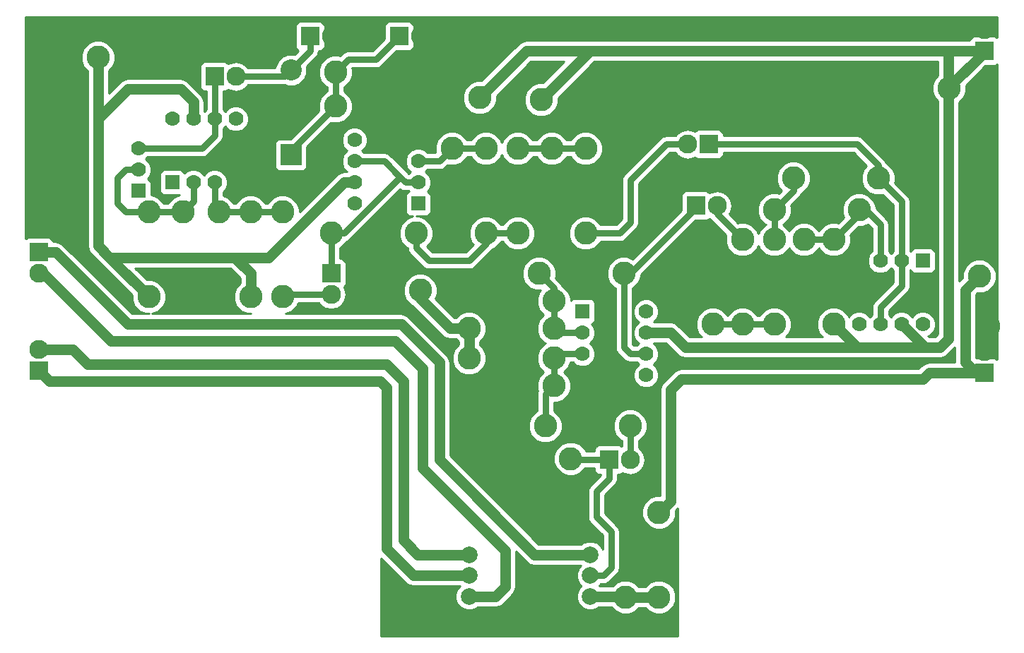
<source format=gbl>
G04 #@! TF.FileFunction,Copper,L2,Bot,Signal*
%FSLAX46Y46*%
G04 Gerber Fmt 4.6, Leading zero omitted, Abs format (unit mm)*
G04 Created by KiCad (PCBNEW (2014-10-31 BZR 5247)-product) date Wednesday, March 18, 2015 'PMt' 03:24:55 PM*
%MOMM*%
G01*
G04 APERTURE LIST*
%ADD10C,0.100000*%
%ADD11C,2.794000*%
%ADD12C,2.540000*%
%ADD13R,2.540000X2.540000*%
%ADD14R,2.286000X2.286000*%
%ADD15O,2.286000X2.286000*%
%ADD16C,1.778000*%
%ADD17R,1.778000X1.778000*%
%ADD18C,2.000000*%
%ADD19C,0.762000*%
%ADD20C,1.270000*%
%ADD21C,0.254000*%
G04 APERTURE END LIST*
D10*
D11*
X144018000Y-61976000D03*
X154178000Y-61976000D03*
X167640000Y-49784000D03*
X167640000Y-39624000D03*
X153630000Y-72340000D03*
X153630000Y-82500000D03*
X171450000Y-39624000D03*
X171450000Y-49784000D03*
X181610000Y-36068000D03*
X171450000Y-36068000D03*
X144780000Y-38862000D03*
X144780000Y-28702000D03*
X132842000Y-38862000D03*
X132842000Y-28702000D03*
X118364000Y-38862000D03*
X128524000Y-38862000D03*
X112522000Y-36322000D03*
X112522000Y-46482000D03*
X118872000Y-23622000D03*
X129032000Y-23622000D03*
D12*
X113538000Y-19304000D03*
D13*
X113538000Y-29464000D03*
D14*
X151638000Y-66040000D03*
D15*
X154178000Y-66040000D03*
D14*
X83312000Y-55372000D03*
D15*
X83312000Y-52832000D03*
D14*
X162052000Y-35560000D03*
D15*
X164592000Y-35560000D03*
D14*
X83312000Y-41148000D03*
D15*
X83312000Y-43688000D03*
D14*
X196596000Y-17018000D03*
D15*
X196596000Y-14478000D03*
D14*
X163576000Y-28194000D03*
D15*
X161036000Y-28194000D03*
D14*
X196596000Y-55626000D03*
D15*
X196596000Y-53086000D03*
D14*
X118364000Y-43688000D03*
D15*
X118364000Y-46228000D03*
D14*
X104394000Y-20066000D03*
D15*
X106934000Y-20066000D03*
D14*
X126492000Y-15240000D03*
D15*
X129032000Y-15240000D03*
D14*
X115824000Y-15240000D03*
D15*
X118364000Y-15240000D03*
D11*
X134874000Y-57150000D03*
X145034000Y-57150000D03*
X145034000Y-50292000D03*
X134874000Y-50292000D03*
X145034000Y-46990000D03*
X134874000Y-46990000D03*
X134874000Y-53848000D03*
X145034000Y-53848000D03*
X153416000Y-43688000D03*
X143256000Y-43688000D03*
X157630000Y-72340000D03*
X157630000Y-82500000D03*
X147052000Y-65904000D03*
X136892000Y-65904000D03*
X164084000Y-49784000D03*
X164084000Y-39624000D03*
X175006000Y-39624000D03*
X175006000Y-49784000D03*
X178562000Y-39624000D03*
X178562000Y-49784000D03*
X183896000Y-32258000D03*
X173736000Y-32258000D03*
X148844000Y-28702000D03*
X148844000Y-38862000D03*
X140716000Y-38862000D03*
X140716000Y-28702000D03*
X136906000Y-28702000D03*
X136906000Y-38862000D03*
X104902000Y-46482000D03*
X104902000Y-36322000D03*
X96520000Y-36322000D03*
X96520000Y-46482000D03*
X100584000Y-36322000D03*
X100584000Y-46482000D03*
X108712000Y-46482000D03*
X108712000Y-36322000D03*
X118872000Y-19558000D03*
X129032000Y-19558000D03*
D16*
X95250000Y-28702000D03*
D17*
X95250000Y-33782000D03*
D16*
X95250000Y-31242000D03*
D17*
X148462000Y-48250000D03*
D16*
X148462000Y-50790000D03*
X148462000Y-53330000D03*
X148462000Y-55870000D03*
X156082000Y-55870000D03*
X156082000Y-53330000D03*
X156082000Y-50790000D03*
X156082000Y-48250000D03*
D18*
X134880000Y-82420000D03*
X134880000Y-79920000D03*
X134880000Y-77420000D03*
X149380000Y-82420000D03*
X149380000Y-79920000D03*
X149380000Y-77420000D03*
D17*
X189230000Y-42164000D03*
D16*
X186690000Y-42164000D03*
X184150000Y-42164000D03*
X181610000Y-42164000D03*
X181610000Y-49784000D03*
X184150000Y-49784000D03*
X186690000Y-49784000D03*
X189230000Y-49784000D03*
D17*
X128778000Y-35306000D03*
D16*
X128778000Y-32766000D03*
X128778000Y-30226000D03*
X128778000Y-27686000D03*
X121158000Y-27686000D03*
X121158000Y-30226000D03*
X121158000Y-32766000D03*
X121158000Y-35306000D03*
D17*
X99314000Y-32766000D03*
D16*
X101854000Y-32766000D03*
X104394000Y-32766000D03*
X106934000Y-32766000D03*
X106934000Y-25146000D03*
X104394000Y-25146000D03*
X101854000Y-25146000D03*
X99314000Y-25146000D03*
D11*
X182245000Y-21463000D03*
X192405000Y-21463000D03*
X196024500Y-33845500D03*
X196024500Y-44005500D03*
X148590000Y-58674000D03*
X181864000Y-39624000D03*
X110236000Y-32258000D03*
X192786000Y-14478000D03*
X197104000Y-50038000D03*
X133096000Y-15240000D03*
X122174000Y-15240000D03*
X178308000Y-21399500D03*
X196151500Y-29845000D03*
X136144000Y-22606000D03*
X129032000Y-45720000D03*
X143510000Y-22860000D03*
X90424000Y-17780000D03*
D19*
X145552000Y-53330000D02*
X148462000Y-53330000D01*
X145034000Y-53848000D02*
X145552000Y-53330000D01*
X145034000Y-57150000D02*
X145034000Y-53848000D01*
X144018000Y-58166000D02*
X145034000Y-57150000D01*
X144018000Y-61976000D02*
X144018000Y-58166000D01*
X173736000Y-33782000D02*
X173736000Y-32258000D01*
X171450000Y-36068000D02*
X173736000Y-33782000D01*
X171450000Y-39624000D02*
X171450000Y-36068000D01*
X184150000Y-37846000D02*
X184150000Y-42164000D01*
X182372000Y-36068000D02*
X184150000Y-37846000D01*
X181610000Y-36068000D02*
X182372000Y-36068000D01*
X181610000Y-36576000D02*
X181610000Y-36068000D01*
X178562000Y-39624000D02*
X181610000Y-36576000D01*
X175006000Y-39624000D02*
X178562000Y-39624000D01*
D20*
X148462000Y-58546000D02*
X148590000Y-58674000D01*
X148462000Y-55870000D02*
X148462000Y-58546000D01*
X181610000Y-39878000D02*
X181864000Y-39624000D01*
X181610000Y-42164000D02*
X181610000Y-39878000D01*
X128778000Y-23876000D02*
X129032000Y-23622000D01*
X128778000Y-27686000D02*
X128778000Y-23876000D01*
X109728000Y-32766000D02*
X110236000Y-32258000D01*
X106934000Y-32766000D02*
X109728000Y-32766000D01*
X180594000Y-42164000D02*
X175006000Y-47752000D01*
X175006000Y-47752000D02*
X175006000Y-49784000D01*
X181610000Y-42164000D02*
X180594000Y-42164000D01*
X196596000Y-14478000D02*
X192786000Y-14478000D01*
X196596000Y-50546000D02*
X197104000Y-50038000D01*
X196596000Y-53086000D02*
X196596000Y-50546000D01*
X129032000Y-15240000D02*
X133096000Y-15240000D01*
X118364000Y-15240000D02*
X122174000Y-15240000D01*
X178371500Y-21463000D02*
X178308000Y-21399500D01*
X182245000Y-21463000D02*
X178371500Y-21463000D01*
X196024500Y-33845500D02*
X196024500Y-29972000D01*
X196024500Y-29972000D02*
X196151500Y-29845000D01*
D19*
X153416000Y-52578000D02*
X154168000Y-53330000D01*
X154168000Y-53330000D02*
X156082000Y-53330000D01*
X153416000Y-43942000D02*
X153416000Y-52578000D01*
X153924000Y-43942000D02*
X162306000Y-35560000D01*
X152654000Y-43942000D02*
X153924000Y-43942000D01*
X102870000Y-28702000D02*
X104394000Y-27178000D01*
X104394000Y-27178000D02*
X104394000Y-25146000D01*
X95250000Y-28702000D02*
X102870000Y-28702000D01*
X104394000Y-25146000D02*
X104394000Y-20066000D01*
X184150000Y-47752000D02*
X186690000Y-45212000D01*
X186690000Y-45212000D02*
X186690000Y-42164000D01*
X184150000Y-49784000D02*
X184150000Y-47752000D01*
X186690000Y-35052000D02*
X183896000Y-32258000D01*
X186690000Y-42164000D02*
X186690000Y-35052000D01*
X183896000Y-30734000D02*
X181356000Y-28194000D01*
X181356000Y-28194000D02*
X163576000Y-28194000D01*
X183896000Y-32258000D02*
X183896000Y-30734000D01*
D20*
X192341500Y-51498500D02*
X191262000Y-52578000D01*
X191262000Y-52578000D02*
X189484000Y-52578000D01*
X189484000Y-52578000D02*
X186690000Y-49784000D01*
X192341500Y-21399500D02*
X192341500Y-51498500D01*
X192341500Y-17018000D02*
X192341500Y-21399500D01*
X181356000Y-52578000D02*
X178562000Y-49784000D01*
X181610000Y-52578000D02*
X181356000Y-52578000D01*
X189484000Y-52578000D02*
X181610000Y-52578000D01*
X160782000Y-52578000D02*
X158994000Y-50790000D01*
X158994000Y-50790000D02*
X156082000Y-50790000D01*
X181610000Y-52578000D02*
X160782000Y-52578000D01*
X141732000Y-17018000D02*
X136144000Y-22606000D01*
X151638000Y-17018000D02*
X141732000Y-17018000D01*
X192341500Y-17018000D02*
X151638000Y-17018000D01*
X101854000Y-23114000D02*
X100330000Y-21590000D01*
X100330000Y-21590000D02*
X93980000Y-21590000D01*
X93980000Y-21590000D02*
X90424000Y-25146000D01*
X90424000Y-25146000D02*
X90424000Y-40386000D01*
X91821000Y-41783000D02*
X96520000Y-46482000D01*
X90424000Y-40386000D02*
X91821000Y-41783000D01*
X101854000Y-25146000D02*
X101854000Y-23114000D01*
X106807000Y-41783000D02*
X108712000Y-43688000D01*
X108712000Y-43688000D02*
X108712000Y-46482000D01*
X106680000Y-41783000D02*
X106807000Y-41783000D01*
X91821000Y-41783000D02*
X106680000Y-41783000D01*
X110871000Y-41783000D02*
X119888000Y-32766000D01*
X119888000Y-32766000D02*
X121158000Y-32766000D01*
X106680000Y-41783000D02*
X110871000Y-41783000D01*
X129032000Y-46736000D02*
X129032000Y-45720000D01*
X132588000Y-50292000D02*
X129032000Y-46736000D01*
X134874000Y-50292000D02*
X132588000Y-50292000D01*
X134874000Y-53848000D02*
X134874000Y-50292000D01*
X149352000Y-17018000D02*
X143510000Y-22860000D01*
X151638000Y-17018000D02*
X149352000Y-17018000D01*
X90424000Y-25146000D02*
X90424000Y-17780000D01*
X196596000Y-17145000D02*
X192341500Y-21399500D01*
X196596000Y-17018000D02*
X196596000Y-17145000D01*
X196596000Y-17018000D02*
X192341500Y-17018000D01*
X138052000Y-82420000D02*
X139192000Y-81280000D01*
X139192000Y-81280000D02*
X139192000Y-76962000D01*
X139192000Y-76962000D02*
X129286000Y-67056000D01*
X129286000Y-67056000D02*
X129286000Y-55118000D01*
X129286000Y-55118000D02*
X125984000Y-51816000D01*
X125984000Y-51816000D02*
X91948000Y-51816000D01*
X134880000Y-82420000D02*
X138052000Y-82420000D01*
X83820000Y-43688000D02*
X91948000Y-51816000D01*
X83312000Y-43688000D02*
X83820000Y-43688000D01*
X85344000Y-41148000D02*
X93980000Y-49784000D01*
X84836000Y-41148000D02*
X83312000Y-41148000D01*
X149380000Y-77420000D02*
X142698000Y-77420000D01*
X126746000Y-49784000D02*
X93980000Y-49784000D01*
X131318000Y-54356000D02*
X126746000Y-49784000D01*
X131318000Y-66040000D02*
X131318000Y-54356000D01*
X142698000Y-77420000D02*
X131318000Y-66040000D01*
X84836000Y-41148000D02*
X85344000Y-41148000D01*
D19*
X147188000Y-66040000D02*
X147052000Y-65904000D01*
X151638000Y-66040000D02*
X147188000Y-66040000D01*
X150966000Y-79920000D02*
X151892000Y-78994000D01*
X151892000Y-78994000D02*
X151892000Y-74676000D01*
X151892000Y-74676000D02*
X150114000Y-72898000D01*
X150114000Y-72898000D02*
X150114000Y-69850000D01*
X150114000Y-69850000D02*
X151638000Y-68326000D01*
X151638000Y-68326000D02*
X151638000Y-66040000D01*
X149380000Y-79920000D02*
X150966000Y-79920000D01*
X164592000Y-36576000D02*
X167640000Y-39624000D01*
X164592000Y-35560000D02*
X164592000Y-36576000D01*
D20*
X153550000Y-82420000D02*
X149380000Y-82420000D01*
X153630000Y-82500000D02*
X153550000Y-82420000D01*
X157630000Y-82500000D02*
X153630000Y-82500000D01*
D19*
X131318000Y-30226000D02*
X128778000Y-30226000D01*
X132842000Y-28702000D02*
X131318000Y-30226000D01*
X136906000Y-28702000D02*
X132842000Y-28702000D01*
X140716000Y-38862000D02*
X136906000Y-38862000D01*
X134874000Y-42164000D02*
X130048000Y-42164000D01*
X130048000Y-42164000D02*
X128524000Y-40640000D01*
X128524000Y-40640000D02*
X128524000Y-38862000D01*
X136906000Y-40132000D02*
X134874000Y-42164000D01*
X136906000Y-38862000D02*
X136906000Y-40132000D01*
D20*
X189992000Y-55626000D02*
X189230000Y-56388000D01*
X189230000Y-56388000D02*
X160274000Y-56388000D01*
X160274000Y-56388000D02*
X159004000Y-57658000D01*
X159004000Y-57658000D02*
X159004000Y-70966000D01*
X159004000Y-70966000D02*
X157630000Y-72340000D01*
X196596000Y-55626000D02*
X189992000Y-55626000D01*
X194373500Y-54356000D02*
X194373500Y-45656500D01*
X194373500Y-45656500D02*
X196024500Y-44005500D01*
X195643500Y-55626000D02*
X194373500Y-54356000D01*
X196596000Y-55626000D02*
X195643500Y-55626000D01*
D19*
X145922000Y-50790000D02*
X145160000Y-50028000D01*
X145160000Y-47488000D02*
X145542000Y-47106000D01*
X145034000Y-45466000D02*
X143256000Y-43688000D01*
X145034000Y-50292000D02*
X145034000Y-45466000D01*
X145532000Y-50790000D02*
X145034000Y-50292000D01*
X148462000Y-50790000D02*
X145532000Y-50790000D01*
X145034000Y-50292000D02*
X145034000Y-46990000D01*
X115824000Y-16510000D02*
X115824000Y-15240000D01*
X115824000Y-17018000D02*
X115824000Y-15240000D01*
X112776000Y-20066000D02*
X115824000Y-17018000D01*
X106934000Y-20066000D02*
X112776000Y-20066000D01*
X123698000Y-18034000D02*
X126492000Y-15240000D01*
X120396000Y-18034000D02*
X123698000Y-18034000D01*
X118872000Y-19558000D02*
X120396000Y-18034000D01*
X118872000Y-23622000D02*
X118872000Y-19558000D01*
X113538000Y-28956000D02*
X118872000Y-23622000D01*
X113538000Y-29464000D02*
X113538000Y-28956000D01*
X154178000Y-62092000D02*
X154304000Y-61966000D01*
X154178000Y-66040000D02*
X154178000Y-62092000D01*
X167640000Y-49784000D02*
X171450000Y-49784000D01*
X164084000Y-49784000D02*
X167640000Y-49784000D01*
X144780000Y-28702000D02*
X140716000Y-28702000D01*
X148844000Y-28702000D02*
X144780000Y-28702000D01*
X126619000Y-32131000D02*
X124714000Y-30226000D01*
X127254000Y-32766000D02*
X126619000Y-32131000D01*
X124714000Y-30226000D02*
X121158000Y-30226000D01*
X128778000Y-32766000D02*
X127254000Y-32766000D01*
X119888000Y-38862000D02*
X126619000Y-32131000D01*
X118364000Y-38862000D02*
X119888000Y-38862000D01*
X118364000Y-38862000D02*
X118364000Y-43688000D01*
X112522000Y-36322000D02*
X108712000Y-36322000D01*
X104394000Y-35814000D02*
X104394000Y-32766000D01*
X104902000Y-36322000D02*
X104394000Y-35814000D01*
X108712000Y-36322000D02*
X104902000Y-36322000D01*
X112776000Y-46228000D02*
X112522000Y-46482000D01*
X118364000Y-46228000D02*
X112776000Y-46228000D01*
D20*
X84582000Y-56642000D02*
X83312000Y-55372000D01*
X134880000Y-79920000D02*
X128180000Y-79920000D01*
X124968000Y-76708000D02*
X128180000Y-79920000D01*
X124968000Y-57404000D02*
X124968000Y-76708000D01*
X124206000Y-56642000D02*
X124968000Y-57404000D01*
X89154000Y-56642000D02*
X124206000Y-56642000D01*
X89154000Y-56642000D02*
X84582000Y-56642000D01*
X87376000Y-52832000D02*
X89154000Y-54610000D01*
X128728000Y-77420000D02*
X134880000Y-77420000D01*
X127000000Y-75692000D02*
X128728000Y-77420000D01*
X127000000Y-56642000D02*
X127000000Y-75692000D01*
X124968000Y-54610000D02*
X127000000Y-56642000D01*
X89154000Y-54610000D02*
X124968000Y-54610000D01*
X83312000Y-52832000D02*
X87376000Y-52832000D01*
D19*
X158496000Y-28194000D02*
X154178000Y-32512000D01*
X154178000Y-32512000D02*
X154178000Y-37592000D01*
X154178000Y-37592000D02*
X152908000Y-38862000D01*
X152908000Y-38862000D02*
X148844000Y-38862000D01*
X161036000Y-28194000D02*
X158496000Y-28194000D01*
X93726000Y-31242000D02*
X95250000Y-31242000D01*
X92710000Y-32258000D02*
X93726000Y-31242000D01*
X92710000Y-35306000D02*
X92710000Y-32258000D01*
X93726000Y-36322000D02*
X92710000Y-35306000D01*
X100584000Y-36322000D02*
X93726000Y-36322000D01*
X101854000Y-35052000D02*
X100584000Y-36322000D01*
X101854000Y-32766000D02*
X101854000Y-35052000D01*
D21*
G36*
X108711371Y-48514000D02*
X96923267Y-48514000D01*
X97669532Y-48205650D01*
X98241641Y-47634538D01*
X98551646Y-46887963D01*
X98552352Y-46079584D01*
X98243650Y-45332468D01*
X97672538Y-44760359D01*
X96925963Y-44450354D01*
X96283844Y-44449793D01*
X94887051Y-43053000D01*
X106280948Y-43053000D01*
X107442000Y-44214051D01*
X107442000Y-44878608D01*
X106990359Y-45329462D01*
X106680354Y-46076037D01*
X106679648Y-46884416D01*
X106988350Y-47631532D01*
X107559462Y-48203641D01*
X108306037Y-48513646D01*
X108711371Y-48514000D01*
X108711371Y-48514000D01*
G37*
X108711371Y-48514000D02*
X96923267Y-48514000D01*
X97669532Y-48205650D01*
X98241641Y-47634538D01*
X98551646Y-46887963D01*
X98552352Y-46079584D01*
X98243650Y-45332468D01*
X97672538Y-44760359D01*
X96925963Y-44450354D01*
X96283844Y-44449793D01*
X94887051Y-43053000D01*
X106280948Y-43053000D01*
X107442000Y-44214051D01*
X107442000Y-44878608D01*
X106990359Y-45329462D01*
X106680354Y-46076037D01*
X106679648Y-46884416D01*
X106988350Y-47631532D01*
X107559462Y-48203641D01*
X108306037Y-48513646D01*
X108711371Y-48514000D01*
G36*
X185674000Y-44791159D02*
X183431580Y-47033580D01*
X183211338Y-47363193D01*
X183198507Y-47427700D01*
X183134000Y-47752000D01*
X183134000Y-48644844D01*
X182879664Y-48898737D01*
X182474404Y-48492769D01*
X181914472Y-48260265D01*
X181308188Y-48259736D01*
X180747851Y-48491262D01*
X180378730Y-48859739D01*
X180285650Y-48634468D01*
X179714538Y-48062359D01*
X178967963Y-47752354D01*
X178159584Y-47751648D01*
X177412468Y-48060350D01*
X176840359Y-48631462D01*
X176530354Y-49378037D01*
X176529648Y-50186416D01*
X176838350Y-50933532D01*
X177212165Y-51308000D01*
X172799530Y-51308000D01*
X173171641Y-50936538D01*
X173481646Y-50189963D01*
X173482352Y-49381584D01*
X173173650Y-48634468D01*
X172602538Y-48062359D01*
X171855963Y-47752354D01*
X171047584Y-47751648D01*
X170300468Y-48060350D01*
X169728359Y-48631462D01*
X169671663Y-48768000D01*
X169418824Y-48768000D01*
X169363650Y-48634468D01*
X168792538Y-48062359D01*
X168045963Y-47752354D01*
X167237584Y-47751648D01*
X166490468Y-48060350D01*
X165918359Y-48631462D01*
X165862245Y-48766598D01*
X165807650Y-48634468D01*
X165236538Y-48062359D01*
X164489963Y-47752354D01*
X163681584Y-47751648D01*
X162934468Y-48060350D01*
X162362359Y-48631462D01*
X162052354Y-49378037D01*
X162051648Y-50186416D01*
X162360350Y-50933532D01*
X162734165Y-51308000D01*
X161308052Y-51308000D01*
X159892026Y-49891974D01*
X159480008Y-49616673D01*
X158994000Y-49519999D01*
X158993994Y-49520000D01*
X156967597Y-49520000D01*
X156967262Y-49519664D01*
X157373231Y-49114404D01*
X157605735Y-48554472D01*
X157606264Y-47948188D01*
X157374738Y-47387851D01*
X156946404Y-46958769D01*
X156386472Y-46726265D01*
X155780188Y-46725736D01*
X155219851Y-46957262D01*
X154790769Y-47385596D01*
X154558265Y-47945528D01*
X154557736Y-48551812D01*
X154789262Y-49112149D01*
X155196737Y-49520335D01*
X154790769Y-49925596D01*
X154558265Y-50485528D01*
X154557736Y-51091812D01*
X154789262Y-51652149D01*
X155196737Y-52060335D01*
X154942629Y-52314000D01*
X154588840Y-52314000D01*
X154432000Y-52157159D01*
X154432000Y-45466824D01*
X154565532Y-45411650D01*
X155137641Y-44840538D01*
X155447646Y-44093963D01*
X155447854Y-43854985D01*
X161964840Y-37338000D01*
X163321309Y-37338000D01*
X163554698Y-37241327D01*
X163699948Y-37096077D01*
X163774202Y-37145692D01*
X163774203Y-37145692D01*
X163873580Y-37294420D01*
X165663761Y-39084601D01*
X165608354Y-39218037D01*
X165607648Y-40026416D01*
X165916350Y-40773532D01*
X166487462Y-41345641D01*
X167234037Y-41655646D01*
X168042416Y-41656352D01*
X168789532Y-41347650D01*
X169361641Y-40776538D01*
X169545068Y-40334796D01*
X169726350Y-40773532D01*
X170297462Y-41345641D01*
X171044037Y-41655646D01*
X171852416Y-41656352D01*
X172599532Y-41347650D01*
X173171641Y-40776538D01*
X173227754Y-40641401D01*
X173282350Y-40773532D01*
X173853462Y-41345641D01*
X174600037Y-41655646D01*
X175408416Y-41656352D01*
X176155532Y-41347650D01*
X176727641Y-40776538D01*
X176783754Y-40641401D01*
X176838350Y-40773532D01*
X177409462Y-41345641D01*
X178156037Y-41655646D01*
X178964416Y-41656352D01*
X179711532Y-41347650D01*
X180283641Y-40776538D01*
X180593646Y-40029963D01*
X180594352Y-39221584D01*
X180537894Y-39084946D01*
X181522916Y-38099924D01*
X182012416Y-38100352D01*
X182688258Y-37821099D01*
X183134000Y-38266840D01*
X183134000Y-41024844D01*
X182858769Y-41299596D01*
X182626265Y-41859528D01*
X182625736Y-42465812D01*
X182857262Y-43026149D01*
X183285596Y-43455231D01*
X183845528Y-43687735D01*
X184451812Y-43688264D01*
X185012149Y-43456738D01*
X185420335Y-43049262D01*
X185674000Y-43303370D01*
X185674000Y-44791159D01*
X185674000Y-44791159D01*
G37*
X185674000Y-44791159D02*
X183431580Y-47033580D01*
X183211338Y-47363193D01*
X183198507Y-47427700D01*
X183134000Y-47752000D01*
X183134000Y-48644844D01*
X182879664Y-48898737D01*
X182474404Y-48492769D01*
X181914472Y-48260265D01*
X181308188Y-48259736D01*
X180747851Y-48491262D01*
X180378730Y-48859739D01*
X180285650Y-48634468D01*
X179714538Y-48062359D01*
X178967963Y-47752354D01*
X178159584Y-47751648D01*
X177412468Y-48060350D01*
X176840359Y-48631462D01*
X176530354Y-49378037D01*
X176529648Y-50186416D01*
X176838350Y-50933532D01*
X177212165Y-51308000D01*
X172799530Y-51308000D01*
X173171641Y-50936538D01*
X173481646Y-50189963D01*
X173482352Y-49381584D01*
X173173650Y-48634468D01*
X172602538Y-48062359D01*
X171855963Y-47752354D01*
X171047584Y-47751648D01*
X170300468Y-48060350D01*
X169728359Y-48631462D01*
X169671663Y-48768000D01*
X169418824Y-48768000D01*
X169363650Y-48634468D01*
X168792538Y-48062359D01*
X168045963Y-47752354D01*
X167237584Y-47751648D01*
X166490468Y-48060350D01*
X165918359Y-48631462D01*
X165862245Y-48766598D01*
X165807650Y-48634468D01*
X165236538Y-48062359D01*
X164489963Y-47752354D01*
X163681584Y-47751648D01*
X162934468Y-48060350D01*
X162362359Y-48631462D01*
X162052354Y-49378037D01*
X162051648Y-50186416D01*
X162360350Y-50933532D01*
X162734165Y-51308000D01*
X161308052Y-51308000D01*
X159892026Y-49891974D01*
X159480008Y-49616673D01*
X158994000Y-49519999D01*
X158993994Y-49520000D01*
X156967597Y-49520000D01*
X156967262Y-49519664D01*
X157373231Y-49114404D01*
X157605735Y-48554472D01*
X157606264Y-47948188D01*
X157374738Y-47387851D01*
X156946404Y-46958769D01*
X156386472Y-46726265D01*
X155780188Y-46725736D01*
X155219851Y-46957262D01*
X154790769Y-47385596D01*
X154558265Y-47945528D01*
X154557736Y-48551812D01*
X154789262Y-49112149D01*
X155196737Y-49520335D01*
X154790769Y-49925596D01*
X154558265Y-50485528D01*
X154557736Y-51091812D01*
X154789262Y-51652149D01*
X155196737Y-52060335D01*
X154942629Y-52314000D01*
X154588840Y-52314000D01*
X154432000Y-52157159D01*
X154432000Y-45466824D01*
X154565532Y-45411650D01*
X155137641Y-44840538D01*
X155447646Y-44093963D01*
X155447854Y-43854985D01*
X161964840Y-37338000D01*
X163321309Y-37338000D01*
X163554698Y-37241327D01*
X163699948Y-37096077D01*
X163774202Y-37145692D01*
X163774203Y-37145692D01*
X163873580Y-37294420D01*
X165663761Y-39084601D01*
X165608354Y-39218037D01*
X165607648Y-40026416D01*
X165916350Y-40773532D01*
X166487462Y-41345641D01*
X167234037Y-41655646D01*
X168042416Y-41656352D01*
X168789532Y-41347650D01*
X169361641Y-40776538D01*
X169545068Y-40334796D01*
X169726350Y-40773532D01*
X170297462Y-41345641D01*
X171044037Y-41655646D01*
X171852416Y-41656352D01*
X172599532Y-41347650D01*
X173171641Y-40776538D01*
X173227754Y-40641401D01*
X173282350Y-40773532D01*
X173853462Y-41345641D01*
X174600037Y-41655646D01*
X175408416Y-41656352D01*
X176155532Y-41347650D01*
X176727641Y-40776538D01*
X176783754Y-40641401D01*
X176838350Y-40773532D01*
X177409462Y-41345641D01*
X178156037Y-41655646D01*
X178964416Y-41656352D01*
X179711532Y-41347650D01*
X180283641Y-40776538D01*
X180593646Y-40029963D01*
X180594352Y-39221584D01*
X180537894Y-39084946D01*
X181522916Y-38099924D01*
X182012416Y-38100352D01*
X182688258Y-37821099D01*
X183134000Y-38266840D01*
X183134000Y-41024844D01*
X182858769Y-41299596D01*
X182626265Y-41859528D01*
X182625736Y-42465812D01*
X182857262Y-43026149D01*
X183285596Y-43455231D01*
X183845528Y-43687735D01*
X184451812Y-43688264D01*
X185012149Y-43456738D01*
X185420335Y-43049262D01*
X185674000Y-43303370D01*
X185674000Y-44791159D01*
G36*
X198172000Y-15409974D02*
X198098699Y-15336673D01*
X197865310Y-15240000D01*
X197612691Y-15240000D01*
X195326691Y-15240000D01*
X195093302Y-15336673D01*
X194914673Y-15515301D01*
X194818285Y-15748000D01*
X192341500Y-15748000D01*
X151638000Y-15748000D01*
X149352005Y-15748000D01*
X149352000Y-15747999D01*
X149351994Y-15748000D01*
X141732000Y-15748000D01*
X141245992Y-15844673D01*
X140833974Y-16119974D01*
X140833971Y-16119977D01*
X136379742Y-20574205D01*
X135741584Y-20573648D01*
X134994468Y-20882350D01*
X134422359Y-21453462D01*
X134112354Y-22200037D01*
X134111648Y-23008416D01*
X134420350Y-23755532D01*
X134991462Y-24327641D01*
X135738037Y-24637646D01*
X136546416Y-24638352D01*
X137293532Y-24329650D01*
X137865641Y-23758538D01*
X138175646Y-23011963D01*
X138176206Y-22369845D01*
X142258051Y-18288000D01*
X146285948Y-18288000D01*
X143745742Y-20828205D01*
X143107584Y-20827648D01*
X142360468Y-21136350D01*
X141788359Y-21707462D01*
X141478354Y-22454037D01*
X141477648Y-23262416D01*
X141786350Y-24009532D01*
X142357462Y-24581641D01*
X143104037Y-24891646D01*
X143912416Y-24892352D01*
X144659532Y-24583650D01*
X145231641Y-24012538D01*
X145541646Y-23265963D01*
X145542206Y-22623845D01*
X149878051Y-18288000D01*
X151638000Y-18288000D01*
X191071500Y-18288000D01*
X191071500Y-19922997D01*
X190683359Y-20310462D01*
X190373354Y-21057037D01*
X190372648Y-21865416D01*
X190681350Y-22612532D01*
X191071500Y-23003363D01*
X191071500Y-50972448D01*
X190735948Y-51308000D01*
X190010051Y-51308000D01*
X189870409Y-51168358D01*
X190092149Y-51076738D01*
X190521231Y-50648404D01*
X190753735Y-50088472D01*
X190754264Y-49482188D01*
X190522738Y-48921851D01*
X190094404Y-48492769D01*
X189534472Y-48260265D01*
X188928188Y-48259736D01*
X188367851Y-48491262D01*
X187959664Y-48898737D01*
X187554404Y-48492769D01*
X186994472Y-48260265D01*
X186388188Y-48259736D01*
X185827851Y-48491262D01*
X185419664Y-48898737D01*
X185166000Y-48644629D01*
X185166000Y-48172840D01*
X187408420Y-45930421D01*
X187408420Y-45930420D01*
X187555580Y-45710179D01*
X187628661Y-45600807D01*
X187628662Y-45600806D01*
X187705999Y-45212000D01*
X187706000Y-45212000D01*
X187706000Y-43303155D01*
X187742292Y-43266926D01*
X187802673Y-43412698D01*
X187981301Y-43591327D01*
X188214690Y-43688000D01*
X188467309Y-43688000D01*
X190245309Y-43688000D01*
X190478698Y-43591327D01*
X190657327Y-43412699D01*
X190754000Y-43179310D01*
X190754000Y-42926691D01*
X190754000Y-41148691D01*
X190657327Y-40915302D01*
X190478699Y-40736673D01*
X190245310Y-40640000D01*
X189992691Y-40640000D01*
X188214691Y-40640000D01*
X187981302Y-40736673D01*
X187802673Y-40915301D01*
X187742317Y-41061011D01*
X187706000Y-41024629D01*
X187706000Y-35052000D01*
X187628662Y-34663194D01*
X187628662Y-34663193D01*
X187408421Y-34333580D01*
X185872238Y-32797398D01*
X185927646Y-32663963D01*
X185928352Y-31855584D01*
X185619650Y-31108468D01*
X185048538Y-30536359D01*
X184856854Y-30456765D01*
X184834662Y-30345194D01*
X184834661Y-30345193D01*
X184761580Y-30235821D01*
X184614420Y-30015580D01*
X184614420Y-30015579D01*
X182074420Y-27475580D01*
X181744807Y-27255338D01*
X181680299Y-27242507D01*
X181356000Y-27178000D01*
X165354000Y-27178000D01*
X165354000Y-26924691D01*
X165257327Y-26691302D01*
X165078699Y-26512673D01*
X164845310Y-26416000D01*
X164592691Y-26416000D01*
X162306691Y-26416000D01*
X162073302Y-26512673D01*
X161928051Y-26657922D01*
X161716411Y-26516509D01*
X161036000Y-26381167D01*
X160355589Y-26516509D01*
X159778764Y-26901931D01*
X159594300Y-27178000D01*
X158496000Y-27178000D01*
X158171700Y-27242507D01*
X158107193Y-27255338D01*
X157777579Y-27475580D01*
X153459580Y-31793580D01*
X153239338Y-32123193D01*
X153226507Y-32187700D01*
X153162000Y-32512000D01*
X153162000Y-37171159D01*
X152487159Y-37846000D01*
X150622824Y-37846000D01*
X150567650Y-37712468D01*
X149996538Y-37140359D01*
X149249963Y-36830354D01*
X148441584Y-36829648D01*
X147694468Y-37138350D01*
X147122359Y-37709462D01*
X146812354Y-38456037D01*
X146811648Y-39264416D01*
X147120350Y-40011532D01*
X147691462Y-40583641D01*
X148438037Y-40893646D01*
X149246416Y-40894352D01*
X149993532Y-40585650D01*
X150565641Y-40014538D01*
X150622336Y-39878000D01*
X152908000Y-39878000D01*
X152908000Y-39877999D01*
X153232299Y-39813492D01*
X153296806Y-39800662D01*
X153296807Y-39800662D01*
X153626420Y-39580420D01*
X154896420Y-38310421D01*
X154896420Y-38310420D01*
X155043580Y-38090179D01*
X155116661Y-37980807D01*
X155116662Y-37980806D01*
X155193999Y-37592000D01*
X155194000Y-37592000D01*
X155194000Y-32932840D01*
X158916840Y-29210000D01*
X159594300Y-29210000D01*
X159778764Y-29486069D01*
X160355589Y-29871491D01*
X161036000Y-30006833D01*
X161716411Y-29871491D01*
X161928051Y-29730077D01*
X162073301Y-29875327D01*
X162306690Y-29972000D01*
X162559309Y-29972000D01*
X164845309Y-29972000D01*
X165078698Y-29875327D01*
X165257327Y-29696699D01*
X165354000Y-29463310D01*
X165354000Y-29210691D01*
X165354000Y-29210000D01*
X180935159Y-29210000D01*
X182502776Y-30777617D01*
X182174359Y-31105462D01*
X181864354Y-31852037D01*
X181863648Y-32660416D01*
X182172350Y-33407532D01*
X182743462Y-33979641D01*
X183490037Y-34289646D01*
X184298416Y-34290352D01*
X184435053Y-34233894D01*
X185674000Y-35472840D01*
X185674000Y-41024844D01*
X185419664Y-41278737D01*
X185166000Y-41024629D01*
X185166000Y-37846000D01*
X185088662Y-37457194D01*
X185088662Y-37457193D01*
X184868421Y-37127580D01*
X183642146Y-35901305D01*
X183642352Y-35665584D01*
X183333650Y-34918468D01*
X182762538Y-34346359D01*
X182015963Y-34036354D01*
X181207584Y-34035648D01*
X180460468Y-34344350D01*
X179888359Y-34915462D01*
X179578354Y-35662037D01*
X179577648Y-36470416D01*
X179782635Y-36966523D01*
X179101398Y-37647761D01*
X178967963Y-37592354D01*
X178159584Y-37591648D01*
X177412468Y-37900350D01*
X176840359Y-38471462D01*
X176784245Y-38606598D01*
X176729650Y-38474468D01*
X176158538Y-37902359D01*
X175411963Y-37592354D01*
X174603584Y-37591648D01*
X173856468Y-37900350D01*
X173284359Y-38471462D01*
X173228245Y-38606598D01*
X173173650Y-38474468D01*
X172602538Y-37902359D01*
X172467401Y-37846245D01*
X172599532Y-37791650D01*
X173171641Y-37220538D01*
X173481646Y-36473963D01*
X173482352Y-35665584D01*
X173425894Y-35528946D01*
X174454420Y-34500421D01*
X174454420Y-34500420D01*
X174601580Y-34280179D01*
X174674661Y-34170807D01*
X174674662Y-34170806D01*
X174696773Y-34059643D01*
X174885532Y-33981650D01*
X175457641Y-33410538D01*
X175767646Y-32663963D01*
X175768352Y-31855584D01*
X175459650Y-31108468D01*
X174888538Y-30536359D01*
X174141963Y-30226354D01*
X173333584Y-30225648D01*
X172586468Y-30534350D01*
X172014359Y-31105462D01*
X171704354Y-31852037D01*
X171703648Y-32660416D01*
X172012350Y-33407532D01*
X172342700Y-33738458D01*
X171989398Y-34091761D01*
X171855963Y-34036354D01*
X171047584Y-34035648D01*
X170300468Y-34344350D01*
X169728359Y-34915462D01*
X169418354Y-35662037D01*
X169417648Y-36470416D01*
X169726350Y-37217532D01*
X170297462Y-37789641D01*
X170432598Y-37845754D01*
X170300468Y-37900350D01*
X169728359Y-38471462D01*
X169544931Y-38913203D01*
X169363650Y-38474468D01*
X168792538Y-37902359D01*
X168045963Y-37592354D01*
X167237584Y-37591648D01*
X167100946Y-37648105D01*
X166031753Y-36578912D01*
X166234658Y-36275244D01*
X166370000Y-35594833D01*
X166370000Y-35525167D01*
X166234658Y-34844756D01*
X165849236Y-34267931D01*
X165272411Y-33882509D01*
X164592000Y-33747167D01*
X163911589Y-33882509D01*
X163699948Y-34023922D01*
X163554699Y-33878673D01*
X163321310Y-33782000D01*
X163068691Y-33782000D01*
X160782691Y-33782000D01*
X160549302Y-33878673D01*
X160370673Y-34057301D01*
X160274000Y-34290690D01*
X160274000Y-34543309D01*
X160274000Y-36155159D01*
X154493824Y-41935335D01*
X153821963Y-41656354D01*
X153013584Y-41655648D01*
X152266468Y-41964350D01*
X151694359Y-42535462D01*
X151384354Y-43282037D01*
X151383648Y-44090416D01*
X151692350Y-44837532D01*
X152263462Y-45409641D01*
X152400000Y-45466336D01*
X152400000Y-52578000D01*
X152464507Y-52902299D01*
X152477338Y-52966807D01*
X152697580Y-53296420D01*
X153449580Y-54048421D01*
X153779193Y-54268662D01*
X153779194Y-54268662D01*
X154168000Y-54346000D01*
X154942844Y-54346000D01*
X155196737Y-54600335D01*
X154790769Y-55005596D01*
X154558265Y-55565528D01*
X154557736Y-56171812D01*
X154789262Y-56732149D01*
X155217596Y-57161231D01*
X155777528Y-57393735D01*
X156383812Y-57394264D01*
X156944149Y-57162738D01*
X157373231Y-56734404D01*
X157605735Y-56174472D01*
X157606264Y-55568188D01*
X157374738Y-55007851D01*
X156967262Y-54599664D01*
X157373231Y-54194404D01*
X157605735Y-53634472D01*
X157606264Y-53028188D01*
X157374738Y-52467851D01*
X156967597Y-52060000D01*
X158467948Y-52060000D01*
X159883974Y-53476026D01*
X160295992Y-53751327D01*
X160782000Y-53848001D01*
X160782000Y-53848000D01*
X160782005Y-53848000D01*
X181355994Y-53848000D01*
X181356000Y-53848001D01*
X181356000Y-53848000D01*
X181356005Y-53848000D01*
X181610000Y-53848000D01*
X189483994Y-53848000D01*
X189484000Y-53848001D01*
X189484000Y-53848000D01*
X189484005Y-53848000D01*
X191261994Y-53848000D01*
X191262000Y-53848001D01*
X191262000Y-53848000D01*
X191748008Y-53751327D01*
X192160026Y-53476026D01*
X193103500Y-52532551D01*
X193103500Y-54355994D01*
X193103499Y-54356000D01*
X189992005Y-54356000D01*
X189992000Y-54355999D01*
X189505992Y-54452673D01*
X189093974Y-54727974D01*
X189093971Y-54727977D01*
X188703948Y-55118000D01*
X160274000Y-55118000D01*
X159787992Y-55214673D01*
X159375974Y-55489974D01*
X159375971Y-55489977D01*
X158105974Y-56759974D01*
X157830673Y-57171992D01*
X157733999Y-57658000D01*
X157734000Y-57658005D01*
X157734000Y-70308090D01*
X157227584Y-70307648D01*
X156480468Y-70616350D01*
X155908359Y-71187462D01*
X155598354Y-71934037D01*
X155597648Y-72742416D01*
X155906350Y-73489532D01*
X156477462Y-74061641D01*
X157224037Y-74371646D01*
X158032416Y-74372352D01*
X158779532Y-74063650D01*
X159351641Y-73492538D01*
X159661646Y-72745963D01*
X159662206Y-72103844D01*
X159902022Y-71864028D01*
X159902025Y-71864026D01*
X159902026Y-71864026D01*
X159920000Y-71837125D01*
X159920000Y-87210000D01*
X124340000Y-87210000D01*
X124340000Y-77876052D01*
X127281974Y-80818026D01*
X127693992Y-81093327D01*
X128180000Y-81190001D01*
X128180000Y-81190000D01*
X128180005Y-81190000D01*
X133797888Y-81190000D01*
X133494722Y-81492637D01*
X133245284Y-82093352D01*
X133244716Y-82743795D01*
X133493106Y-83344943D01*
X133952637Y-83805278D01*
X134553352Y-84054716D01*
X135203795Y-84055284D01*
X135804943Y-83806894D01*
X135922041Y-83690000D01*
X138051994Y-83690000D01*
X138052000Y-83690001D01*
X138052000Y-83690000D01*
X138538008Y-83593327D01*
X138950026Y-83318026D01*
X140090022Y-82178028D01*
X140090025Y-82178026D01*
X140090026Y-82178026D01*
X140365327Y-81766008D01*
X140462000Y-81280000D01*
X140462000Y-76980051D01*
X141799971Y-78318022D01*
X141799974Y-78318026D01*
X142211992Y-78593327D01*
X142698000Y-78690000D01*
X148297888Y-78690000D01*
X147994722Y-78992637D01*
X147745284Y-79593352D01*
X147744716Y-80243795D01*
X147993106Y-80844943D01*
X148317759Y-81170164D01*
X147994722Y-81492637D01*
X147745284Y-82093352D01*
X147744716Y-82743795D01*
X147993106Y-83344943D01*
X148452637Y-83805278D01*
X149053352Y-84054716D01*
X149703795Y-84055284D01*
X150304943Y-83806894D01*
X150422041Y-83690000D01*
X151946747Y-83690000D01*
X152477462Y-84221641D01*
X153224037Y-84531646D01*
X154032416Y-84532352D01*
X154779532Y-84223650D01*
X155233973Y-83770000D01*
X156026608Y-83770000D01*
X156477462Y-84221641D01*
X157224037Y-84531646D01*
X158032416Y-84532352D01*
X158779532Y-84223650D01*
X159351641Y-83652538D01*
X159661646Y-82905963D01*
X159662352Y-82097584D01*
X159353650Y-81350468D01*
X158782538Y-80778359D01*
X158035963Y-80468354D01*
X157227584Y-80467648D01*
X156480468Y-80776350D01*
X156026026Y-81230000D01*
X155233391Y-81230000D01*
X154782538Y-80778359D01*
X154035963Y-80468354D01*
X153227584Y-80467648D01*
X152480468Y-80776350D01*
X152106165Y-81150000D01*
X150462111Y-81150000D01*
X150676485Y-80936000D01*
X150966000Y-80936000D01*
X150966000Y-80935999D01*
X151290299Y-80871492D01*
X151354806Y-80858662D01*
X151354807Y-80858662D01*
X151684420Y-80638420D01*
X152610420Y-79712420D01*
X152610421Y-79712420D01*
X152830662Y-79382807D01*
X152830662Y-79382806D01*
X152843492Y-79318299D01*
X152907999Y-78994000D01*
X152908000Y-78994000D01*
X152908000Y-74676000D01*
X152830662Y-74287194D01*
X152830662Y-74287193D01*
X152610421Y-73957580D01*
X151130000Y-72477159D01*
X151130000Y-70270840D01*
X152356420Y-69044421D01*
X152356420Y-69044420D01*
X152503580Y-68824179D01*
X152576661Y-68714807D01*
X152576662Y-68714806D01*
X152653999Y-68326000D01*
X152654000Y-68326000D01*
X152654000Y-67818000D01*
X152907309Y-67818000D01*
X153140698Y-67721327D01*
X153285948Y-67576077D01*
X153497589Y-67717491D01*
X154178000Y-67852833D01*
X154858411Y-67717491D01*
X155435236Y-67332069D01*
X155820658Y-66755244D01*
X155956000Y-66074833D01*
X155956000Y-66005167D01*
X155820658Y-65324756D01*
X155435236Y-64747931D01*
X155194000Y-64586742D01*
X155194000Y-63754824D01*
X155327532Y-63699650D01*
X155899641Y-63128538D01*
X156209646Y-62381963D01*
X156210352Y-61573584D01*
X155901650Y-60826468D01*
X155330538Y-60254359D01*
X154583963Y-59944354D01*
X153775584Y-59943648D01*
X153028468Y-60252350D01*
X152456359Y-60823462D01*
X152146354Y-61570037D01*
X152145648Y-62378416D01*
X152454350Y-63125532D01*
X153025462Y-63697641D01*
X153162000Y-63754336D01*
X153162000Y-64379974D01*
X153140699Y-64358673D01*
X152907310Y-64262000D01*
X152654691Y-64262000D01*
X150368691Y-64262000D01*
X150135302Y-64358673D01*
X149986264Y-64507710D01*
X149986264Y-53028188D01*
X149754738Y-52467851D01*
X149347262Y-52059664D01*
X149753231Y-51654404D01*
X149985735Y-51094472D01*
X149986264Y-50488188D01*
X149754738Y-49927851D01*
X149564926Y-49737707D01*
X149710698Y-49677327D01*
X149889327Y-49498699D01*
X149986000Y-49265310D01*
X149986000Y-49012691D01*
X149986000Y-47234691D01*
X149889327Y-47001302D01*
X149710699Y-46822673D01*
X149477310Y-46726000D01*
X149224691Y-46726000D01*
X147446691Y-46726000D01*
X147213302Y-46822673D01*
X147066018Y-46969956D01*
X147066352Y-46587584D01*
X146757650Y-45840468D01*
X146186538Y-45268359D01*
X145994854Y-45188765D01*
X145972662Y-45077194D01*
X145972662Y-45077193D01*
X145752421Y-44747580D01*
X145232238Y-44227398D01*
X145287646Y-44093963D01*
X145288352Y-43285584D01*
X144979650Y-42538468D01*
X144408538Y-41966359D01*
X143661963Y-41656354D01*
X142853584Y-41655648D01*
X142106468Y-41964350D01*
X141534359Y-42535462D01*
X141224354Y-43282037D01*
X141223648Y-44090416D01*
X141532350Y-44837532D01*
X142103462Y-45409641D01*
X142850037Y-45719646D01*
X143429873Y-45720152D01*
X143312359Y-45837462D01*
X143002354Y-46584037D01*
X143001648Y-47392416D01*
X143310350Y-48139532D01*
X143811316Y-48641373D01*
X143312359Y-49139462D01*
X143002354Y-49886037D01*
X143001648Y-50694416D01*
X143310350Y-51441532D01*
X143881462Y-52013641D01*
X144016598Y-52069754D01*
X143884468Y-52124350D01*
X143312359Y-52695462D01*
X143002354Y-53442037D01*
X143001648Y-54250416D01*
X143310350Y-54997532D01*
X143811316Y-55499373D01*
X143312359Y-55997462D01*
X143002354Y-56744037D01*
X143001648Y-57552416D01*
X143088721Y-57763149D01*
X143088721Y-57763150D01*
X143079338Y-57777193D01*
X143066507Y-57841700D01*
X143002000Y-58166000D01*
X143002000Y-60197175D01*
X142868468Y-60252350D01*
X142296359Y-60823462D01*
X141986354Y-61570037D01*
X141985648Y-62378416D01*
X142294350Y-63125532D01*
X142865462Y-63697641D01*
X143612037Y-64007646D01*
X144420416Y-64008352D01*
X145167532Y-63699650D01*
X145739641Y-63128538D01*
X146049646Y-62381963D01*
X146050352Y-61573584D01*
X145741650Y-60826468D01*
X145170538Y-60254359D01*
X145034000Y-60197663D01*
X145034000Y-59182000D01*
X145436416Y-59182352D01*
X146183532Y-58873650D01*
X146755641Y-58302538D01*
X147065646Y-57555963D01*
X147066352Y-56747584D01*
X146757650Y-56000468D01*
X146256683Y-55498626D01*
X146755641Y-55000538D01*
X147027428Y-54346000D01*
X147322844Y-54346000D01*
X147597596Y-54621231D01*
X148157528Y-54853735D01*
X148763812Y-54854264D01*
X149324149Y-54622738D01*
X149753231Y-54194404D01*
X149985735Y-53634472D01*
X149986264Y-53028188D01*
X149986264Y-64507710D01*
X149956673Y-64537301D01*
X149860000Y-64770690D01*
X149860000Y-65023309D01*
X149860000Y-65024000D01*
X148887018Y-65024000D01*
X148775650Y-64754468D01*
X148204538Y-64182359D01*
X147457963Y-63872354D01*
X146649584Y-63871648D01*
X145902468Y-64180350D01*
X145330359Y-64751462D01*
X145020354Y-65498037D01*
X145019648Y-66306416D01*
X145328350Y-67053532D01*
X145899462Y-67625641D01*
X146646037Y-67935646D01*
X147454416Y-67936352D01*
X148201532Y-67627650D01*
X148773641Y-67056538D01*
X148773864Y-67056000D01*
X149860000Y-67056000D01*
X149860000Y-67309309D01*
X149956673Y-67542698D01*
X150135301Y-67721327D01*
X150368690Y-67818000D01*
X150621309Y-67818000D01*
X150622000Y-67818000D01*
X150622000Y-67905159D01*
X149395580Y-69131580D01*
X149175338Y-69461193D01*
X149162507Y-69525700D01*
X149098000Y-69850000D01*
X149098000Y-72898000D01*
X149162507Y-73222299D01*
X149175338Y-73286807D01*
X149395580Y-73616420D01*
X150876000Y-75096840D01*
X150876000Y-76759112D01*
X150766894Y-76495057D01*
X150307363Y-76034722D01*
X149706648Y-75785284D01*
X149056205Y-75784716D01*
X148455057Y-76033106D01*
X148337958Y-76150000D01*
X143224051Y-76150000D01*
X136906352Y-69832300D01*
X136906352Y-53445584D01*
X136597650Y-52698468D01*
X136144000Y-52244026D01*
X136144000Y-51895391D01*
X136595641Y-51444538D01*
X136905646Y-50697963D01*
X136906352Y-49889584D01*
X136597650Y-49142468D01*
X136026538Y-48570359D01*
X135279963Y-48260354D01*
X134471584Y-48259648D01*
X133724468Y-48568350D01*
X133270026Y-49022000D01*
X133114051Y-49022000D01*
X130815534Y-46723482D01*
X131063646Y-46125963D01*
X131064352Y-45317584D01*
X130755650Y-44570468D01*
X130184538Y-43998359D01*
X129437963Y-43688354D01*
X128629584Y-43687648D01*
X127882468Y-43996350D01*
X127310359Y-44567462D01*
X127000354Y-45314037D01*
X126999648Y-46122416D01*
X127308350Y-46869532D01*
X127879462Y-47441641D01*
X128053795Y-47514030D01*
X128133974Y-47634026D01*
X131689971Y-51190022D01*
X131689974Y-51190026D01*
X132101992Y-51465327D01*
X132588000Y-51562000D01*
X133270608Y-51562000D01*
X133604000Y-51895973D01*
X133604000Y-52244608D01*
X133152359Y-52695462D01*
X132842354Y-53442037D01*
X132841648Y-54250416D01*
X133150350Y-54997532D01*
X133721462Y-55569641D01*
X134468037Y-55879646D01*
X135276416Y-55880352D01*
X136023532Y-55571650D01*
X136595641Y-55000538D01*
X136905646Y-54253963D01*
X136906352Y-53445584D01*
X136906352Y-69832300D01*
X132588000Y-65513948D01*
X132588000Y-54356000D01*
X132491327Y-53869992D01*
X132216026Y-53457974D01*
X132216022Y-53457971D01*
X127644026Y-48885974D01*
X127232008Y-48610673D01*
X126746000Y-48513999D01*
X126745994Y-48514000D01*
X112925267Y-48514000D01*
X113671532Y-48205650D01*
X114243641Y-47634538D01*
X114405806Y-47244000D01*
X116910742Y-47244000D01*
X117071931Y-47485236D01*
X117648756Y-47870658D01*
X118329167Y-48006000D01*
X118398833Y-48006000D01*
X119079244Y-47870658D01*
X119656069Y-47485236D01*
X120041491Y-46908411D01*
X120176833Y-46228000D01*
X120041491Y-45547589D01*
X119900077Y-45335948D01*
X120045327Y-45190699D01*
X120142000Y-44957310D01*
X120142000Y-44704691D01*
X120142000Y-42418691D01*
X120045327Y-42185302D01*
X119866699Y-42006673D01*
X119633310Y-41910000D01*
X119380691Y-41910000D01*
X119380000Y-41910000D01*
X119380000Y-40640824D01*
X119513532Y-40585650D01*
X120085641Y-40014538D01*
X120165234Y-39822854D01*
X120212299Y-39813492D01*
X120276806Y-39800662D01*
X120276807Y-39800662D01*
X120606420Y-39580420D01*
X126635593Y-33551247D01*
X126865193Y-33704662D01*
X126865194Y-33704662D01*
X127254000Y-33782000D01*
X127638844Y-33782000D01*
X127675073Y-33818292D01*
X127529302Y-33878673D01*
X127350673Y-34057301D01*
X127254000Y-34290690D01*
X127254000Y-34543309D01*
X127254000Y-36321309D01*
X127350673Y-36554698D01*
X127529301Y-36733327D01*
X127762690Y-36830000D01*
X128015309Y-36830000D01*
X128120732Y-36830000D01*
X127374468Y-37138350D01*
X126802359Y-37709462D01*
X126492354Y-38456037D01*
X126491648Y-39264416D01*
X126800350Y-40011532D01*
X127371462Y-40583641D01*
X127508072Y-40640366D01*
X127572507Y-40964299D01*
X127585338Y-41028807D01*
X127805580Y-41358420D01*
X129329579Y-42882420D01*
X129329580Y-42882420D01*
X129549821Y-43029580D01*
X129659193Y-43102661D01*
X129659194Y-43102662D01*
X130048000Y-43180000D01*
X134874000Y-43180000D01*
X134874000Y-43179999D01*
X135198299Y-43115492D01*
X135262806Y-43102662D01*
X135262807Y-43102662D01*
X135592420Y-42882420D01*
X137624420Y-40850420D01*
X137624421Y-40850420D01*
X137704388Y-40730739D01*
X137704389Y-40730739D01*
X138055532Y-40585650D01*
X138627641Y-40014538D01*
X138684336Y-39878000D01*
X138937175Y-39878000D01*
X138992350Y-40011532D01*
X139563462Y-40583641D01*
X140310037Y-40893646D01*
X141118416Y-40894352D01*
X141865532Y-40585650D01*
X142437641Y-40014538D01*
X142747646Y-39267963D01*
X142748352Y-38459584D01*
X142439650Y-37712468D01*
X141868538Y-37140359D01*
X141121963Y-36830354D01*
X140313584Y-36829648D01*
X139566468Y-37138350D01*
X138994359Y-37709462D01*
X138937663Y-37846000D01*
X138684824Y-37846000D01*
X138629650Y-37712468D01*
X138058538Y-37140359D01*
X137311963Y-36830354D01*
X136503584Y-36829648D01*
X135756468Y-37138350D01*
X135184359Y-37709462D01*
X134874354Y-38456037D01*
X134873648Y-39264416D01*
X135182350Y-40011532D01*
X135385811Y-40215348D01*
X134453159Y-41148000D01*
X130468840Y-41148000D01*
X129790112Y-40469272D01*
X130245641Y-40014538D01*
X130555646Y-39267963D01*
X130556352Y-38459584D01*
X130247650Y-37712468D01*
X129676538Y-37140359D01*
X128929963Y-36830354D01*
X128524628Y-36830000D01*
X129793309Y-36830000D01*
X130026698Y-36733327D01*
X130205327Y-36554699D01*
X130302000Y-36321310D01*
X130302000Y-36068691D01*
X130302000Y-34290691D01*
X130205327Y-34057302D01*
X130026699Y-33878673D01*
X129880988Y-33818317D01*
X130069231Y-33630404D01*
X130301735Y-33070472D01*
X130302264Y-32464188D01*
X130070738Y-31903851D01*
X129663262Y-31495664D01*
X129917370Y-31242000D01*
X131318000Y-31242000D01*
X131318000Y-31241999D01*
X131642299Y-31177492D01*
X131706806Y-31164662D01*
X131706807Y-31164662D01*
X132036420Y-30944420D01*
X132302601Y-30678238D01*
X132436037Y-30733646D01*
X133244416Y-30734352D01*
X133991532Y-30425650D01*
X134563641Y-29854538D01*
X134620336Y-29718000D01*
X135127175Y-29718000D01*
X135182350Y-29851532D01*
X135753462Y-30423641D01*
X136500037Y-30733646D01*
X137308416Y-30734352D01*
X138055532Y-30425650D01*
X138627641Y-29854538D01*
X138811068Y-29412796D01*
X138992350Y-29851532D01*
X139563462Y-30423641D01*
X140310037Y-30733646D01*
X141118416Y-30734352D01*
X141865532Y-30425650D01*
X142437641Y-29854538D01*
X142494336Y-29718000D01*
X143001175Y-29718000D01*
X143056350Y-29851532D01*
X143627462Y-30423641D01*
X144374037Y-30733646D01*
X145182416Y-30734352D01*
X145929532Y-30425650D01*
X146501641Y-29854538D01*
X146558336Y-29718000D01*
X147065175Y-29718000D01*
X147120350Y-29851532D01*
X147691462Y-30423641D01*
X148438037Y-30733646D01*
X149246416Y-30734352D01*
X149993532Y-30425650D01*
X150565641Y-29854538D01*
X150875646Y-29107963D01*
X150876352Y-28299584D01*
X150567650Y-27552468D01*
X149996538Y-26980359D01*
X149249963Y-26670354D01*
X148441584Y-26669648D01*
X147694468Y-26978350D01*
X147122359Y-27549462D01*
X147065663Y-27686000D01*
X146558824Y-27686000D01*
X146503650Y-27552468D01*
X145932538Y-26980359D01*
X145185963Y-26670354D01*
X144377584Y-26669648D01*
X143630468Y-26978350D01*
X143058359Y-27549462D01*
X143001663Y-27686000D01*
X142494824Y-27686000D01*
X142439650Y-27552468D01*
X141868538Y-26980359D01*
X141121963Y-26670354D01*
X140313584Y-26669648D01*
X139566468Y-26978350D01*
X138994359Y-27549462D01*
X138810931Y-27991203D01*
X138629650Y-27552468D01*
X138058538Y-26980359D01*
X137311963Y-26670354D01*
X136503584Y-26669648D01*
X135756468Y-26978350D01*
X135184359Y-27549462D01*
X135127663Y-27686000D01*
X134620824Y-27686000D01*
X134565650Y-27552468D01*
X133994538Y-26980359D01*
X133247963Y-26670354D01*
X132439584Y-26669648D01*
X131692468Y-26978350D01*
X131120359Y-27549462D01*
X130810354Y-28296037D01*
X130809648Y-29104416D01*
X130853274Y-29210000D01*
X129917155Y-29210000D01*
X129642404Y-28934769D01*
X129082472Y-28702265D01*
X128476188Y-28701736D01*
X128270000Y-28786930D01*
X128270000Y-16509310D01*
X128270000Y-16256691D01*
X128270000Y-13970691D01*
X128173327Y-13737302D01*
X127994699Y-13558673D01*
X127761310Y-13462000D01*
X127508691Y-13462000D01*
X125222691Y-13462000D01*
X124989302Y-13558673D01*
X124810673Y-13737301D01*
X124714000Y-13970690D01*
X124714000Y-14223309D01*
X124714000Y-15581159D01*
X123277159Y-17018000D01*
X120396000Y-17018000D01*
X120007194Y-17095338D01*
X119897821Y-17168419D01*
X119677579Y-17315580D01*
X119411398Y-17581761D01*
X119277963Y-17526354D01*
X118469584Y-17525648D01*
X117722468Y-17834350D01*
X117150359Y-18405462D01*
X116840354Y-19152037D01*
X116839648Y-19960416D01*
X117148350Y-20707532D01*
X117719462Y-21279641D01*
X117856000Y-21336336D01*
X117856000Y-21843175D01*
X117722468Y-21898350D01*
X117150359Y-22469462D01*
X116840354Y-23216037D01*
X116839648Y-24024416D01*
X116896105Y-24161053D01*
X113498159Y-27559000D01*
X112141691Y-27559000D01*
X111908302Y-27655673D01*
X111729673Y-27834301D01*
X111633000Y-28067690D01*
X111633000Y-28320309D01*
X111633000Y-30860309D01*
X111729673Y-31093698D01*
X111908301Y-31272327D01*
X112141690Y-31369000D01*
X112394309Y-31369000D01*
X114934309Y-31369000D01*
X115167698Y-31272327D01*
X115346327Y-31093699D01*
X115443000Y-30860310D01*
X115443000Y-30607691D01*
X115443000Y-28487840D01*
X118332601Y-25598238D01*
X118466037Y-25653646D01*
X119274416Y-25654352D01*
X120021532Y-25345650D01*
X120593641Y-24774538D01*
X120903646Y-24027963D01*
X120904352Y-23219584D01*
X120595650Y-22472468D01*
X120024538Y-21900359D01*
X119888000Y-21843663D01*
X119888000Y-21336824D01*
X120021532Y-21281650D01*
X120593641Y-20710538D01*
X120903646Y-19963963D01*
X120904352Y-19155584D01*
X120860725Y-19050000D01*
X123698000Y-19050000D01*
X123698000Y-19049999D01*
X124022299Y-18985492D01*
X124086806Y-18972662D01*
X124086807Y-18972662D01*
X124416420Y-18752420D01*
X126150840Y-17018000D01*
X127761309Y-17018000D01*
X127994698Y-16921327D01*
X128173327Y-16742699D01*
X128270000Y-16509310D01*
X128270000Y-28786930D01*
X127915851Y-28933262D01*
X127486769Y-29361596D01*
X127254265Y-29921528D01*
X127253736Y-30527812D01*
X127485262Y-31088149D01*
X127892737Y-31496335D01*
X127656750Y-31731910D01*
X127337423Y-31412583D01*
X127337421Y-31412580D01*
X125432420Y-29507580D01*
X125102807Y-29287338D01*
X125038299Y-29274507D01*
X124714000Y-29210000D01*
X122297155Y-29210000D01*
X122043262Y-28955664D01*
X122449231Y-28550404D01*
X122681735Y-27990472D01*
X122682264Y-27384188D01*
X122450738Y-26823851D01*
X122022404Y-26394769D01*
X121462472Y-26162265D01*
X120856188Y-26161736D01*
X120295851Y-26393262D01*
X119866769Y-26821596D01*
X119634265Y-27381528D01*
X119633736Y-27987812D01*
X119865262Y-28548149D01*
X120272737Y-28956335D01*
X119866769Y-29361596D01*
X119634265Y-29921528D01*
X119633736Y-30527812D01*
X119865262Y-31088149D01*
X120272402Y-31496000D01*
X119888005Y-31496000D01*
X119888000Y-31495999D01*
X119401992Y-31592673D01*
X118989974Y-31867974D01*
X118989971Y-31867977D01*
X114554016Y-36303932D01*
X114554352Y-35919584D01*
X114245650Y-35172468D01*
X113674538Y-34600359D01*
X112927963Y-34290354D01*
X112119584Y-34289648D01*
X111372468Y-34598350D01*
X110800359Y-35169462D01*
X110743663Y-35306000D01*
X110490824Y-35306000D01*
X110435650Y-35172468D01*
X109864538Y-34600359D01*
X109117963Y-34290354D01*
X108309584Y-34289648D01*
X107562468Y-34598350D01*
X106990359Y-35169462D01*
X106933663Y-35306000D01*
X106680824Y-35306000D01*
X106625650Y-35172468D01*
X106054538Y-34600359D01*
X105410000Y-34332723D01*
X105410000Y-33905155D01*
X105685231Y-33630404D01*
X105917735Y-33070472D01*
X105918264Y-32464188D01*
X105686738Y-31903851D01*
X105258404Y-31474769D01*
X104698472Y-31242265D01*
X104092188Y-31241736D01*
X103531851Y-31473262D01*
X103123664Y-31880737D01*
X102718404Y-31474769D01*
X102158472Y-31242265D01*
X101552188Y-31241736D01*
X100991851Y-31473262D01*
X100801707Y-31663073D01*
X100741327Y-31517302D01*
X100562699Y-31338673D01*
X100329310Y-31242000D01*
X100076691Y-31242000D01*
X98298691Y-31242000D01*
X98065302Y-31338673D01*
X97886673Y-31517301D01*
X97790000Y-31750690D01*
X97790000Y-32003309D01*
X97790000Y-33781309D01*
X97886673Y-34014698D01*
X98065301Y-34193327D01*
X98298690Y-34290000D01*
X98551309Y-34290000D01*
X100180732Y-34290000D01*
X99434468Y-34598350D01*
X98862359Y-35169462D01*
X98805663Y-35306000D01*
X98298824Y-35306000D01*
X98243650Y-35172468D01*
X97672538Y-34600359D01*
X96925963Y-34290354D01*
X96774000Y-34290221D01*
X96774000Y-32766691D01*
X96677327Y-32533302D01*
X96498699Y-32354673D01*
X96352988Y-32294317D01*
X96541231Y-32106404D01*
X96773735Y-31546472D01*
X96774264Y-30940188D01*
X96542738Y-30379851D01*
X96135262Y-29971664D01*
X96389370Y-29718000D01*
X102870000Y-29718000D01*
X102870000Y-29717999D01*
X103194299Y-29653492D01*
X103258806Y-29640662D01*
X103258807Y-29640662D01*
X103588420Y-29420420D01*
X105112420Y-27896421D01*
X105112420Y-27896420D01*
X105259580Y-27676179D01*
X105332661Y-27566807D01*
X105332662Y-27566806D01*
X105409999Y-27178000D01*
X105410000Y-27178000D01*
X105410000Y-26285155D01*
X105664335Y-26031262D01*
X106069596Y-26437231D01*
X106629528Y-26669735D01*
X107235812Y-26670264D01*
X107796149Y-26438738D01*
X108225231Y-26010404D01*
X108457735Y-25450472D01*
X108458264Y-24844188D01*
X108226738Y-24283851D01*
X107798404Y-23854769D01*
X107238472Y-23622265D01*
X106632188Y-23621736D01*
X106071851Y-23853262D01*
X105663664Y-24260737D01*
X105410000Y-24006629D01*
X105410000Y-21844000D01*
X105663309Y-21844000D01*
X105896698Y-21747327D01*
X106041948Y-21602077D01*
X106253589Y-21743491D01*
X106934000Y-21878833D01*
X107614411Y-21743491D01*
X108191236Y-21358069D01*
X108375699Y-21082000D01*
X112776000Y-21082000D01*
X112776000Y-21081999D01*
X112827625Y-21071730D01*
X112827627Y-21071730D01*
X113157410Y-21208668D01*
X113915265Y-21209330D01*
X114615686Y-20919922D01*
X115152039Y-20384505D01*
X115442668Y-19684590D01*
X115443330Y-18926735D01*
X115416657Y-18862182D01*
X116542420Y-17736420D01*
X116542421Y-17736420D01*
X116762662Y-17406807D01*
X116762662Y-17406806D01*
X116775492Y-17342299D01*
X116839999Y-17018000D01*
X116840000Y-17018000D01*
X117093309Y-17018000D01*
X117326698Y-16921327D01*
X117505327Y-16742699D01*
X117602000Y-16509310D01*
X117602000Y-16256691D01*
X117602000Y-13970691D01*
X117505327Y-13737302D01*
X117326699Y-13558673D01*
X117093310Y-13462000D01*
X116840691Y-13462000D01*
X114554691Y-13462000D01*
X114321302Y-13558673D01*
X114142673Y-13737301D01*
X114046000Y-13970690D01*
X114046000Y-14223309D01*
X114046000Y-16509309D01*
X114142673Y-16742698D01*
X114321301Y-16921327D01*
X114436227Y-16968931D01*
X113980231Y-17424927D01*
X113918590Y-17399332D01*
X113160735Y-17398670D01*
X112460314Y-17688078D01*
X111923961Y-18223495D01*
X111633332Y-18923410D01*
X111633221Y-19050000D01*
X108375699Y-19050000D01*
X108191236Y-18773931D01*
X107614411Y-18388509D01*
X106934000Y-18253167D01*
X106253589Y-18388509D01*
X106041948Y-18529922D01*
X105896699Y-18384673D01*
X105663310Y-18288000D01*
X105410691Y-18288000D01*
X103124691Y-18288000D01*
X102891302Y-18384673D01*
X102712673Y-18563301D01*
X102616000Y-18796690D01*
X102616000Y-19049309D01*
X102616000Y-21335309D01*
X102712673Y-21568698D01*
X102891301Y-21747327D01*
X103124690Y-21844000D01*
X103377309Y-21844000D01*
X103378000Y-21844000D01*
X103378000Y-24006844D01*
X103124000Y-24260402D01*
X103124000Y-23114000D01*
X103027327Y-22627992D01*
X102752026Y-22215974D01*
X102752022Y-22215971D01*
X101228026Y-20691974D01*
X100816008Y-20416673D01*
X100330000Y-20319999D01*
X100329994Y-20320000D01*
X93980000Y-20320000D01*
X93493992Y-20416673D01*
X93081974Y-20691974D01*
X93081971Y-20691977D01*
X91694000Y-22079948D01*
X91694000Y-19383391D01*
X92145641Y-18932538D01*
X92455646Y-18185963D01*
X92456352Y-17377584D01*
X92147650Y-16630468D01*
X91576538Y-16058359D01*
X90829963Y-15748354D01*
X90021584Y-15747648D01*
X89274468Y-16056350D01*
X88702359Y-16627462D01*
X88392354Y-17374037D01*
X88391648Y-18182416D01*
X88700350Y-18929532D01*
X89154000Y-19383973D01*
X89154000Y-25145994D01*
X89153999Y-25146000D01*
X89154000Y-25146005D01*
X89154000Y-40385994D01*
X89153999Y-40386000D01*
X89250673Y-40872008D01*
X89525974Y-41284026D01*
X90922971Y-42681022D01*
X90922974Y-42681026D01*
X94488205Y-46246256D01*
X94487648Y-46884416D01*
X94796350Y-47631532D01*
X95367462Y-48203641D01*
X96114037Y-48513646D01*
X96519371Y-48514000D01*
X94506051Y-48514000D01*
X86242026Y-40249974D01*
X85830008Y-39974673D01*
X85344000Y-39877999D01*
X85343994Y-39878000D01*
X85089713Y-39878000D01*
X84993327Y-39645302D01*
X84814699Y-39466673D01*
X84581310Y-39370000D01*
X84328691Y-39370000D01*
X82042691Y-39370000D01*
X81809302Y-39466673D01*
X81736000Y-39539974D01*
X81736000Y-12902000D01*
X198172000Y-12902000D01*
X198172000Y-15409974D01*
X198172000Y-15409974D01*
G37*
X198172000Y-15409974D02*
X198098699Y-15336673D01*
X197865310Y-15240000D01*
X197612691Y-15240000D01*
X195326691Y-15240000D01*
X195093302Y-15336673D01*
X194914673Y-15515301D01*
X194818285Y-15748000D01*
X192341500Y-15748000D01*
X151638000Y-15748000D01*
X149352005Y-15748000D01*
X149352000Y-15747999D01*
X149351994Y-15748000D01*
X141732000Y-15748000D01*
X141245992Y-15844673D01*
X140833974Y-16119974D01*
X140833971Y-16119977D01*
X136379742Y-20574205D01*
X135741584Y-20573648D01*
X134994468Y-20882350D01*
X134422359Y-21453462D01*
X134112354Y-22200037D01*
X134111648Y-23008416D01*
X134420350Y-23755532D01*
X134991462Y-24327641D01*
X135738037Y-24637646D01*
X136546416Y-24638352D01*
X137293532Y-24329650D01*
X137865641Y-23758538D01*
X138175646Y-23011963D01*
X138176206Y-22369845D01*
X142258051Y-18288000D01*
X146285948Y-18288000D01*
X143745742Y-20828205D01*
X143107584Y-20827648D01*
X142360468Y-21136350D01*
X141788359Y-21707462D01*
X141478354Y-22454037D01*
X141477648Y-23262416D01*
X141786350Y-24009532D01*
X142357462Y-24581641D01*
X143104037Y-24891646D01*
X143912416Y-24892352D01*
X144659532Y-24583650D01*
X145231641Y-24012538D01*
X145541646Y-23265963D01*
X145542206Y-22623845D01*
X149878051Y-18288000D01*
X151638000Y-18288000D01*
X191071500Y-18288000D01*
X191071500Y-19922997D01*
X190683359Y-20310462D01*
X190373354Y-21057037D01*
X190372648Y-21865416D01*
X190681350Y-22612532D01*
X191071500Y-23003363D01*
X191071500Y-50972448D01*
X190735948Y-51308000D01*
X190010051Y-51308000D01*
X189870409Y-51168358D01*
X190092149Y-51076738D01*
X190521231Y-50648404D01*
X190753735Y-50088472D01*
X190754264Y-49482188D01*
X190522738Y-48921851D01*
X190094404Y-48492769D01*
X189534472Y-48260265D01*
X188928188Y-48259736D01*
X188367851Y-48491262D01*
X187959664Y-48898737D01*
X187554404Y-48492769D01*
X186994472Y-48260265D01*
X186388188Y-48259736D01*
X185827851Y-48491262D01*
X185419664Y-48898737D01*
X185166000Y-48644629D01*
X185166000Y-48172840D01*
X187408420Y-45930421D01*
X187408420Y-45930420D01*
X187555580Y-45710179D01*
X187628661Y-45600807D01*
X187628662Y-45600806D01*
X187705999Y-45212000D01*
X187706000Y-45212000D01*
X187706000Y-43303155D01*
X187742292Y-43266926D01*
X187802673Y-43412698D01*
X187981301Y-43591327D01*
X188214690Y-43688000D01*
X188467309Y-43688000D01*
X190245309Y-43688000D01*
X190478698Y-43591327D01*
X190657327Y-43412699D01*
X190754000Y-43179310D01*
X190754000Y-42926691D01*
X190754000Y-41148691D01*
X190657327Y-40915302D01*
X190478699Y-40736673D01*
X190245310Y-40640000D01*
X189992691Y-40640000D01*
X188214691Y-40640000D01*
X187981302Y-40736673D01*
X187802673Y-40915301D01*
X187742317Y-41061011D01*
X187706000Y-41024629D01*
X187706000Y-35052000D01*
X187628662Y-34663194D01*
X187628662Y-34663193D01*
X187408421Y-34333580D01*
X185872238Y-32797398D01*
X185927646Y-32663963D01*
X185928352Y-31855584D01*
X185619650Y-31108468D01*
X185048538Y-30536359D01*
X184856854Y-30456765D01*
X184834662Y-30345194D01*
X184834661Y-30345193D01*
X184761580Y-30235821D01*
X184614420Y-30015580D01*
X184614420Y-30015579D01*
X182074420Y-27475580D01*
X181744807Y-27255338D01*
X181680299Y-27242507D01*
X181356000Y-27178000D01*
X165354000Y-27178000D01*
X165354000Y-26924691D01*
X165257327Y-26691302D01*
X165078699Y-26512673D01*
X164845310Y-26416000D01*
X164592691Y-26416000D01*
X162306691Y-26416000D01*
X162073302Y-26512673D01*
X161928051Y-26657922D01*
X161716411Y-26516509D01*
X161036000Y-26381167D01*
X160355589Y-26516509D01*
X159778764Y-26901931D01*
X159594300Y-27178000D01*
X158496000Y-27178000D01*
X158171700Y-27242507D01*
X158107193Y-27255338D01*
X157777579Y-27475580D01*
X153459580Y-31793580D01*
X153239338Y-32123193D01*
X153226507Y-32187700D01*
X153162000Y-32512000D01*
X153162000Y-37171159D01*
X152487159Y-37846000D01*
X150622824Y-37846000D01*
X150567650Y-37712468D01*
X149996538Y-37140359D01*
X149249963Y-36830354D01*
X148441584Y-36829648D01*
X147694468Y-37138350D01*
X147122359Y-37709462D01*
X146812354Y-38456037D01*
X146811648Y-39264416D01*
X147120350Y-40011532D01*
X147691462Y-40583641D01*
X148438037Y-40893646D01*
X149246416Y-40894352D01*
X149993532Y-40585650D01*
X150565641Y-40014538D01*
X150622336Y-39878000D01*
X152908000Y-39878000D01*
X152908000Y-39877999D01*
X153232299Y-39813492D01*
X153296806Y-39800662D01*
X153296807Y-39800662D01*
X153626420Y-39580420D01*
X154896420Y-38310421D01*
X154896420Y-38310420D01*
X155043580Y-38090179D01*
X155116661Y-37980807D01*
X155116662Y-37980806D01*
X155193999Y-37592000D01*
X155194000Y-37592000D01*
X155194000Y-32932840D01*
X158916840Y-29210000D01*
X159594300Y-29210000D01*
X159778764Y-29486069D01*
X160355589Y-29871491D01*
X161036000Y-30006833D01*
X161716411Y-29871491D01*
X161928051Y-29730077D01*
X162073301Y-29875327D01*
X162306690Y-29972000D01*
X162559309Y-29972000D01*
X164845309Y-29972000D01*
X165078698Y-29875327D01*
X165257327Y-29696699D01*
X165354000Y-29463310D01*
X165354000Y-29210691D01*
X165354000Y-29210000D01*
X180935159Y-29210000D01*
X182502776Y-30777617D01*
X182174359Y-31105462D01*
X181864354Y-31852037D01*
X181863648Y-32660416D01*
X182172350Y-33407532D01*
X182743462Y-33979641D01*
X183490037Y-34289646D01*
X184298416Y-34290352D01*
X184435053Y-34233894D01*
X185674000Y-35472840D01*
X185674000Y-41024844D01*
X185419664Y-41278737D01*
X185166000Y-41024629D01*
X185166000Y-37846000D01*
X185088662Y-37457194D01*
X185088662Y-37457193D01*
X184868421Y-37127580D01*
X183642146Y-35901305D01*
X183642352Y-35665584D01*
X183333650Y-34918468D01*
X182762538Y-34346359D01*
X182015963Y-34036354D01*
X181207584Y-34035648D01*
X180460468Y-34344350D01*
X179888359Y-34915462D01*
X179578354Y-35662037D01*
X179577648Y-36470416D01*
X179782635Y-36966523D01*
X179101398Y-37647761D01*
X178967963Y-37592354D01*
X178159584Y-37591648D01*
X177412468Y-37900350D01*
X176840359Y-38471462D01*
X176784245Y-38606598D01*
X176729650Y-38474468D01*
X176158538Y-37902359D01*
X175411963Y-37592354D01*
X174603584Y-37591648D01*
X173856468Y-37900350D01*
X173284359Y-38471462D01*
X173228245Y-38606598D01*
X173173650Y-38474468D01*
X172602538Y-37902359D01*
X172467401Y-37846245D01*
X172599532Y-37791650D01*
X173171641Y-37220538D01*
X173481646Y-36473963D01*
X173482352Y-35665584D01*
X173425894Y-35528946D01*
X174454420Y-34500421D01*
X174454420Y-34500420D01*
X174601580Y-34280179D01*
X174674661Y-34170807D01*
X174674662Y-34170806D01*
X174696773Y-34059643D01*
X174885532Y-33981650D01*
X175457641Y-33410538D01*
X175767646Y-32663963D01*
X175768352Y-31855584D01*
X175459650Y-31108468D01*
X174888538Y-30536359D01*
X174141963Y-30226354D01*
X173333584Y-30225648D01*
X172586468Y-30534350D01*
X172014359Y-31105462D01*
X171704354Y-31852037D01*
X171703648Y-32660416D01*
X172012350Y-33407532D01*
X172342700Y-33738458D01*
X171989398Y-34091761D01*
X171855963Y-34036354D01*
X171047584Y-34035648D01*
X170300468Y-34344350D01*
X169728359Y-34915462D01*
X169418354Y-35662037D01*
X169417648Y-36470416D01*
X169726350Y-37217532D01*
X170297462Y-37789641D01*
X170432598Y-37845754D01*
X170300468Y-37900350D01*
X169728359Y-38471462D01*
X169544931Y-38913203D01*
X169363650Y-38474468D01*
X168792538Y-37902359D01*
X168045963Y-37592354D01*
X167237584Y-37591648D01*
X167100946Y-37648105D01*
X166031753Y-36578912D01*
X166234658Y-36275244D01*
X166370000Y-35594833D01*
X166370000Y-35525167D01*
X166234658Y-34844756D01*
X165849236Y-34267931D01*
X165272411Y-33882509D01*
X164592000Y-33747167D01*
X163911589Y-33882509D01*
X163699948Y-34023922D01*
X163554699Y-33878673D01*
X163321310Y-33782000D01*
X163068691Y-33782000D01*
X160782691Y-33782000D01*
X160549302Y-33878673D01*
X160370673Y-34057301D01*
X160274000Y-34290690D01*
X160274000Y-34543309D01*
X160274000Y-36155159D01*
X154493824Y-41935335D01*
X153821963Y-41656354D01*
X153013584Y-41655648D01*
X152266468Y-41964350D01*
X151694359Y-42535462D01*
X151384354Y-43282037D01*
X151383648Y-44090416D01*
X151692350Y-44837532D01*
X152263462Y-45409641D01*
X152400000Y-45466336D01*
X152400000Y-52578000D01*
X152464507Y-52902299D01*
X152477338Y-52966807D01*
X152697580Y-53296420D01*
X153449580Y-54048421D01*
X153779193Y-54268662D01*
X153779194Y-54268662D01*
X154168000Y-54346000D01*
X154942844Y-54346000D01*
X155196737Y-54600335D01*
X154790769Y-55005596D01*
X154558265Y-55565528D01*
X154557736Y-56171812D01*
X154789262Y-56732149D01*
X155217596Y-57161231D01*
X155777528Y-57393735D01*
X156383812Y-57394264D01*
X156944149Y-57162738D01*
X157373231Y-56734404D01*
X157605735Y-56174472D01*
X157606264Y-55568188D01*
X157374738Y-55007851D01*
X156967262Y-54599664D01*
X157373231Y-54194404D01*
X157605735Y-53634472D01*
X157606264Y-53028188D01*
X157374738Y-52467851D01*
X156967597Y-52060000D01*
X158467948Y-52060000D01*
X159883974Y-53476026D01*
X160295992Y-53751327D01*
X160782000Y-53848001D01*
X160782000Y-53848000D01*
X160782005Y-53848000D01*
X181355994Y-53848000D01*
X181356000Y-53848001D01*
X181356000Y-53848000D01*
X181356005Y-53848000D01*
X181610000Y-53848000D01*
X189483994Y-53848000D01*
X189484000Y-53848001D01*
X189484000Y-53848000D01*
X189484005Y-53848000D01*
X191261994Y-53848000D01*
X191262000Y-53848001D01*
X191262000Y-53848000D01*
X191748008Y-53751327D01*
X192160026Y-53476026D01*
X193103500Y-52532551D01*
X193103500Y-54355994D01*
X193103499Y-54356000D01*
X189992005Y-54356000D01*
X189992000Y-54355999D01*
X189505992Y-54452673D01*
X189093974Y-54727974D01*
X189093971Y-54727977D01*
X188703948Y-55118000D01*
X160274000Y-55118000D01*
X159787992Y-55214673D01*
X159375974Y-55489974D01*
X159375971Y-55489977D01*
X158105974Y-56759974D01*
X157830673Y-57171992D01*
X157733999Y-57658000D01*
X157734000Y-57658005D01*
X157734000Y-70308090D01*
X157227584Y-70307648D01*
X156480468Y-70616350D01*
X155908359Y-71187462D01*
X155598354Y-71934037D01*
X155597648Y-72742416D01*
X155906350Y-73489532D01*
X156477462Y-74061641D01*
X157224037Y-74371646D01*
X158032416Y-74372352D01*
X158779532Y-74063650D01*
X159351641Y-73492538D01*
X159661646Y-72745963D01*
X159662206Y-72103844D01*
X159902022Y-71864028D01*
X159902025Y-71864026D01*
X159902026Y-71864026D01*
X159920000Y-71837125D01*
X159920000Y-87210000D01*
X124340000Y-87210000D01*
X124340000Y-77876052D01*
X127281974Y-80818026D01*
X127693992Y-81093327D01*
X128180000Y-81190001D01*
X128180000Y-81190000D01*
X128180005Y-81190000D01*
X133797888Y-81190000D01*
X133494722Y-81492637D01*
X133245284Y-82093352D01*
X133244716Y-82743795D01*
X133493106Y-83344943D01*
X133952637Y-83805278D01*
X134553352Y-84054716D01*
X135203795Y-84055284D01*
X135804943Y-83806894D01*
X135922041Y-83690000D01*
X138051994Y-83690000D01*
X138052000Y-83690001D01*
X138052000Y-83690000D01*
X138538008Y-83593327D01*
X138950026Y-83318026D01*
X140090022Y-82178028D01*
X140090025Y-82178026D01*
X140090026Y-82178026D01*
X140365327Y-81766008D01*
X140462000Y-81280000D01*
X140462000Y-76980051D01*
X141799971Y-78318022D01*
X141799974Y-78318026D01*
X142211992Y-78593327D01*
X142698000Y-78690000D01*
X148297888Y-78690000D01*
X147994722Y-78992637D01*
X147745284Y-79593352D01*
X147744716Y-80243795D01*
X147993106Y-80844943D01*
X148317759Y-81170164D01*
X147994722Y-81492637D01*
X147745284Y-82093352D01*
X147744716Y-82743795D01*
X147993106Y-83344943D01*
X148452637Y-83805278D01*
X149053352Y-84054716D01*
X149703795Y-84055284D01*
X150304943Y-83806894D01*
X150422041Y-83690000D01*
X151946747Y-83690000D01*
X152477462Y-84221641D01*
X153224037Y-84531646D01*
X154032416Y-84532352D01*
X154779532Y-84223650D01*
X155233973Y-83770000D01*
X156026608Y-83770000D01*
X156477462Y-84221641D01*
X157224037Y-84531646D01*
X158032416Y-84532352D01*
X158779532Y-84223650D01*
X159351641Y-83652538D01*
X159661646Y-82905963D01*
X159662352Y-82097584D01*
X159353650Y-81350468D01*
X158782538Y-80778359D01*
X158035963Y-80468354D01*
X157227584Y-80467648D01*
X156480468Y-80776350D01*
X156026026Y-81230000D01*
X155233391Y-81230000D01*
X154782538Y-80778359D01*
X154035963Y-80468354D01*
X153227584Y-80467648D01*
X152480468Y-80776350D01*
X152106165Y-81150000D01*
X150462111Y-81150000D01*
X150676485Y-80936000D01*
X150966000Y-80936000D01*
X150966000Y-80935999D01*
X151290299Y-80871492D01*
X151354806Y-80858662D01*
X151354807Y-80858662D01*
X151684420Y-80638420D01*
X152610420Y-79712420D01*
X152610421Y-79712420D01*
X152830662Y-79382807D01*
X152830662Y-79382806D01*
X152843492Y-79318299D01*
X152907999Y-78994000D01*
X152908000Y-78994000D01*
X152908000Y-74676000D01*
X152830662Y-74287194D01*
X152830662Y-74287193D01*
X152610421Y-73957580D01*
X151130000Y-72477159D01*
X151130000Y-70270840D01*
X152356420Y-69044421D01*
X152356420Y-69044420D01*
X152503580Y-68824179D01*
X152576661Y-68714807D01*
X152576662Y-68714806D01*
X152653999Y-68326000D01*
X152654000Y-68326000D01*
X152654000Y-67818000D01*
X152907309Y-67818000D01*
X153140698Y-67721327D01*
X153285948Y-67576077D01*
X153497589Y-67717491D01*
X154178000Y-67852833D01*
X154858411Y-67717491D01*
X155435236Y-67332069D01*
X155820658Y-66755244D01*
X155956000Y-66074833D01*
X155956000Y-66005167D01*
X155820658Y-65324756D01*
X155435236Y-64747931D01*
X155194000Y-64586742D01*
X155194000Y-63754824D01*
X155327532Y-63699650D01*
X155899641Y-63128538D01*
X156209646Y-62381963D01*
X156210352Y-61573584D01*
X155901650Y-60826468D01*
X155330538Y-60254359D01*
X154583963Y-59944354D01*
X153775584Y-59943648D01*
X153028468Y-60252350D01*
X152456359Y-60823462D01*
X152146354Y-61570037D01*
X152145648Y-62378416D01*
X152454350Y-63125532D01*
X153025462Y-63697641D01*
X153162000Y-63754336D01*
X153162000Y-64379974D01*
X153140699Y-64358673D01*
X152907310Y-64262000D01*
X152654691Y-64262000D01*
X150368691Y-64262000D01*
X150135302Y-64358673D01*
X149986264Y-64507710D01*
X149986264Y-53028188D01*
X149754738Y-52467851D01*
X149347262Y-52059664D01*
X149753231Y-51654404D01*
X149985735Y-51094472D01*
X149986264Y-50488188D01*
X149754738Y-49927851D01*
X149564926Y-49737707D01*
X149710698Y-49677327D01*
X149889327Y-49498699D01*
X149986000Y-49265310D01*
X149986000Y-49012691D01*
X149986000Y-47234691D01*
X149889327Y-47001302D01*
X149710699Y-46822673D01*
X149477310Y-46726000D01*
X149224691Y-46726000D01*
X147446691Y-46726000D01*
X147213302Y-46822673D01*
X147066018Y-46969956D01*
X147066352Y-46587584D01*
X146757650Y-45840468D01*
X146186538Y-45268359D01*
X145994854Y-45188765D01*
X145972662Y-45077194D01*
X145972662Y-45077193D01*
X145752421Y-44747580D01*
X145232238Y-44227398D01*
X145287646Y-44093963D01*
X145288352Y-43285584D01*
X144979650Y-42538468D01*
X144408538Y-41966359D01*
X143661963Y-41656354D01*
X142853584Y-41655648D01*
X142106468Y-41964350D01*
X141534359Y-42535462D01*
X141224354Y-43282037D01*
X141223648Y-44090416D01*
X141532350Y-44837532D01*
X142103462Y-45409641D01*
X142850037Y-45719646D01*
X143429873Y-45720152D01*
X143312359Y-45837462D01*
X143002354Y-46584037D01*
X143001648Y-47392416D01*
X143310350Y-48139532D01*
X143811316Y-48641373D01*
X143312359Y-49139462D01*
X143002354Y-49886037D01*
X143001648Y-50694416D01*
X143310350Y-51441532D01*
X143881462Y-52013641D01*
X144016598Y-52069754D01*
X143884468Y-52124350D01*
X143312359Y-52695462D01*
X143002354Y-53442037D01*
X143001648Y-54250416D01*
X143310350Y-54997532D01*
X143811316Y-55499373D01*
X143312359Y-55997462D01*
X143002354Y-56744037D01*
X143001648Y-57552416D01*
X143088721Y-57763149D01*
X143088721Y-57763150D01*
X143079338Y-57777193D01*
X143066507Y-57841700D01*
X143002000Y-58166000D01*
X143002000Y-60197175D01*
X142868468Y-60252350D01*
X142296359Y-60823462D01*
X141986354Y-61570037D01*
X141985648Y-62378416D01*
X142294350Y-63125532D01*
X142865462Y-63697641D01*
X143612037Y-64007646D01*
X144420416Y-64008352D01*
X145167532Y-63699650D01*
X145739641Y-63128538D01*
X146049646Y-62381963D01*
X146050352Y-61573584D01*
X145741650Y-60826468D01*
X145170538Y-60254359D01*
X145034000Y-60197663D01*
X145034000Y-59182000D01*
X145436416Y-59182352D01*
X146183532Y-58873650D01*
X146755641Y-58302538D01*
X147065646Y-57555963D01*
X147066352Y-56747584D01*
X146757650Y-56000468D01*
X146256683Y-55498626D01*
X146755641Y-55000538D01*
X147027428Y-54346000D01*
X147322844Y-54346000D01*
X147597596Y-54621231D01*
X148157528Y-54853735D01*
X148763812Y-54854264D01*
X149324149Y-54622738D01*
X149753231Y-54194404D01*
X149985735Y-53634472D01*
X149986264Y-53028188D01*
X149986264Y-64507710D01*
X149956673Y-64537301D01*
X149860000Y-64770690D01*
X149860000Y-65023309D01*
X149860000Y-65024000D01*
X148887018Y-65024000D01*
X148775650Y-64754468D01*
X148204538Y-64182359D01*
X147457963Y-63872354D01*
X146649584Y-63871648D01*
X145902468Y-64180350D01*
X145330359Y-64751462D01*
X145020354Y-65498037D01*
X145019648Y-66306416D01*
X145328350Y-67053532D01*
X145899462Y-67625641D01*
X146646037Y-67935646D01*
X147454416Y-67936352D01*
X148201532Y-67627650D01*
X148773641Y-67056538D01*
X148773864Y-67056000D01*
X149860000Y-67056000D01*
X149860000Y-67309309D01*
X149956673Y-67542698D01*
X150135301Y-67721327D01*
X150368690Y-67818000D01*
X150621309Y-67818000D01*
X150622000Y-67818000D01*
X150622000Y-67905159D01*
X149395580Y-69131580D01*
X149175338Y-69461193D01*
X149162507Y-69525700D01*
X149098000Y-69850000D01*
X149098000Y-72898000D01*
X149162507Y-73222299D01*
X149175338Y-73286807D01*
X149395580Y-73616420D01*
X150876000Y-75096840D01*
X150876000Y-76759112D01*
X150766894Y-76495057D01*
X150307363Y-76034722D01*
X149706648Y-75785284D01*
X149056205Y-75784716D01*
X148455057Y-76033106D01*
X148337958Y-76150000D01*
X143224051Y-76150000D01*
X136906352Y-69832300D01*
X136906352Y-53445584D01*
X136597650Y-52698468D01*
X136144000Y-52244026D01*
X136144000Y-51895391D01*
X136595641Y-51444538D01*
X136905646Y-50697963D01*
X136906352Y-49889584D01*
X136597650Y-49142468D01*
X136026538Y-48570359D01*
X135279963Y-48260354D01*
X134471584Y-48259648D01*
X133724468Y-48568350D01*
X133270026Y-49022000D01*
X133114051Y-49022000D01*
X130815534Y-46723482D01*
X131063646Y-46125963D01*
X131064352Y-45317584D01*
X130755650Y-44570468D01*
X130184538Y-43998359D01*
X129437963Y-43688354D01*
X128629584Y-43687648D01*
X127882468Y-43996350D01*
X127310359Y-44567462D01*
X127000354Y-45314037D01*
X126999648Y-46122416D01*
X127308350Y-46869532D01*
X127879462Y-47441641D01*
X128053795Y-47514030D01*
X128133974Y-47634026D01*
X131689971Y-51190022D01*
X131689974Y-51190026D01*
X132101992Y-51465327D01*
X132588000Y-51562000D01*
X133270608Y-51562000D01*
X133604000Y-51895973D01*
X133604000Y-52244608D01*
X133152359Y-52695462D01*
X132842354Y-53442037D01*
X132841648Y-54250416D01*
X133150350Y-54997532D01*
X133721462Y-55569641D01*
X134468037Y-55879646D01*
X135276416Y-55880352D01*
X136023532Y-55571650D01*
X136595641Y-55000538D01*
X136905646Y-54253963D01*
X136906352Y-53445584D01*
X136906352Y-69832300D01*
X132588000Y-65513948D01*
X132588000Y-54356000D01*
X132491327Y-53869992D01*
X132216026Y-53457974D01*
X132216022Y-53457971D01*
X127644026Y-48885974D01*
X127232008Y-48610673D01*
X126746000Y-48513999D01*
X126745994Y-48514000D01*
X112925267Y-48514000D01*
X113671532Y-48205650D01*
X114243641Y-47634538D01*
X114405806Y-47244000D01*
X116910742Y-47244000D01*
X117071931Y-47485236D01*
X117648756Y-47870658D01*
X118329167Y-48006000D01*
X118398833Y-48006000D01*
X119079244Y-47870658D01*
X119656069Y-47485236D01*
X120041491Y-46908411D01*
X120176833Y-46228000D01*
X120041491Y-45547589D01*
X119900077Y-45335948D01*
X120045327Y-45190699D01*
X120142000Y-44957310D01*
X120142000Y-44704691D01*
X120142000Y-42418691D01*
X120045327Y-42185302D01*
X119866699Y-42006673D01*
X119633310Y-41910000D01*
X119380691Y-41910000D01*
X119380000Y-41910000D01*
X119380000Y-40640824D01*
X119513532Y-40585650D01*
X120085641Y-40014538D01*
X120165234Y-39822854D01*
X120212299Y-39813492D01*
X120276806Y-39800662D01*
X120276807Y-39800662D01*
X120606420Y-39580420D01*
X126635593Y-33551247D01*
X126865193Y-33704662D01*
X126865194Y-33704662D01*
X127254000Y-33782000D01*
X127638844Y-33782000D01*
X127675073Y-33818292D01*
X127529302Y-33878673D01*
X127350673Y-34057301D01*
X127254000Y-34290690D01*
X127254000Y-34543309D01*
X127254000Y-36321309D01*
X127350673Y-36554698D01*
X127529301Y-36733327D01*
X127762690Y-36830000D01*
X128015309Y-36830000D01*
X128120732Y-36830000D01*
X127374468Y-37138350D01*
X126802359Y-37709462D01*
X126492354Y-38456037D01*
X126491648Y-39264416D01*
X126800350Y-40011532D01*
X127371462Y-40583641D01*
X127508072Y-40640366D01*
X127572507Y-40964299D01*
X127585338Y-41028807D01*
X127805580Y-41358420D01*
X129329579Y-42882420D01*
X129329580Y-42882420D01*
X129549821Y-43029580D01*
X129659193Y-43102661D01*
X129659194Y-43102662D01*
X130048000Y-43180000D01*
X134874000Y-43180000D01*
X134874000Y-43179999D01*
X135198299Y-43115492D01*
X135262806Y-43102662D01*
X135262807Y-43102662D01*
X135592420Y-42882420D01*
X137624420Y-40850420D01*
X137624421Y-40850420D01*
X137704388Y-40730739D01*
X137704389Y-40730739D01*
X138055532Y-40585650D01*
X138627641Y-40014538D01*
X138684336Y-39878000D01*
X138937175Y-39878000D01*
X138992350Y-40011532D01*
X139563462Y-40583641D01*
X140310037Y-40893646D01*
X141118416Y-40894352D01*
X141865532Y-40585650D01*
X142437641Y-40014538D01*
X142747646Y-39267963D01*
X142748352Y-38459584D01*
X142439650Y-37712468D01*
X141868538Y-37140359D01*
X141121963Y-36830354D01*
X140313584Y-36829648D01*
X139566468Y-37138350D01*
X138994359Y-37709462D01*
X138937663Y-37846000D01*
X138684824Y-37846000D01*
X138629650Y-37712468D01*
X138058538Y-37140359D01*
X137311963Y-36830354D01*
X136503584Y-36829648D01*
X135756468Y-37138350D01*
X135184359Y-37709462D01*
X134874354Y-38456037D01*
X134873648Y-39264416D01*
X135182350Y-40011532D01*
X135385811Y-40215348D01*
X134453159Y-41148000D01*
X130468840Y-41148000D01*
X129790112Y-40469272D01*
X130245641Y-40014538D01*
X130555646Y-39267963D01*
X130556352Y-38459584D01*
X130247650Y-37712468D01*
X129676538Y-37140359D01*
X128929963Y-36830354D01*
X128524628Y-36830000D01*
X129793309Y-36830000D01*
X130026698Y-36733327D01*
X130205327Y-36554699D01*
X130302000Y-36321310D01*
X130302000Y-36068691D01*
X130302000Y-34290691D01*
X130205327Y-34057302D01*
X130026699Y-33878673D01*
X129880988Y-33818317D01*
X130069231Y-33630404D01*
X130301735Y-33070472D01*
X130302264Y-32464188D01*
X130070738Y-31903851D01*
X129663262Y-31495664D01*
X129917370Y-31242000D01*
X131318000Y-31242000D01*
X131318000Y-31241999D01*
X131642299Y-31177492D01*
X131706806Y-31164662D01*
X131706807Y-31164662D01*
X132036420Y-30944420D01*
X132302601Y-30678238D01*
X132436037Y-30733646D01*
X133244416Y-30734352D01*
X133991532Y-30425650D01*
X134563641Y-29854538D01*
X134620336Y-29718000D01*
X135127175Y-29718000D01*
X135182350Y-29851532D01*
X135753462Y-30423641D01*
X136500037Y-30733646D01*
X137308416Y-30734352D01*
X138055532Y-30425650D01*
X138627641Y-29854538D01*
X138811068Y-29412796D01*
X138992350Y-29851532D01*
X139563462Y-30423641D01*
X140310037Y-30733646D01*
X141118416Y-30734352D01*
X141865532Y-30425650D01*
X142437641Y-29854538D01*
X142494336Y-29718000D01*
X143001175Y-29718000D01*
X143056350Y-29851532D01*
X143627462Y-30423641D01*
X144374037Y-30733646D01*
X145182416Y-30734352D01*
X145929532Y-30425650D01*
X146501641Y-29854538D01*
X146558336Y-29718000D01*
X147065175Y-29718000D01*
X147120350Y-29851532D01*
X147691462Y-30423641D01*
X148438037Y-30733646D01*
X149246416Y-30734352D01*
X149993532Y-30425650D01*
X150565641Y-29854538D01*
X150875646Y-29107963D01*
X150876352Y-28299584D01*
X150567650Y-27552468D01*
X149996538Y-26980359D01*
X149249963Y-26670354D01*
X148441584Y-26669648D01*
X147694468Y-26978350D01*
X147122359Y-27549462D01*
X147065663Y-27686000D01*
X146558824Y-27686000D01*
X146503650Y-27552468D01*
X145932538Y-26980359D01*
X145185963Y-26670354D01*
X144377584Y-26669648D01*
X143630468Y-26978350D01*
X143058359Y-27549462D01*
X143001663Y-27686000D01*
X142494824Y-27686000D01*
X142439650Y-27552468D01*
X141868538Y-26980359D01*
X141121963Y-26670354D01*
X140313584Y-26669648D01*
X139566468Y-26978350D01*
X138994359Y-27549462D01*
X138810931Y-27991203D01*
X138629650Y-27552468D01*
X138058538Y-26980359D01*
X137311963Y-26670354D01*
X136503584Y-26669648D01*
X135756468Y-26978350D01*
X135184359Y-27549462D01*
X135127663Y-27686000D01*
X134620824Y-27686000D01*
X134565650Y-27552468D01*
X133994538Y-26980359D01*
X133247963Y-26670354D01*
X132439584Y-26669648D01*
X131692468Y-26978350D01*
X131120359Y-27549462D01*
X130810354Y-28296037D01*
X130809648Y-29104416D01*
X130853274Y-29210000D01*
X129917155Y-29210000D01*
X129642404Y-28934769D01*
X129082472Y-28702265D01*
X128476188Y-28701736D01*
X128270000Y-28786930D01*
X128270000Y-16509310D01*
X128270000Y-16256691D01*
X128270000Y-13970691D01*
X128173327Y-13737302D01*
X127994699Y-13558673D01*
X127761310Y-13462000D01*
X127508691Y-13462000D01*
X125222691Y-13462000D01*
X124989302Y-13558673D01*
X124810673Y-13737301D01*
X124714000Y-13970690D01*
X124714000Y-14223309D01*
X124714000Y-15581159D01*
X123277159Y-17018000D01*
X120396000Y-17018000D01*
X120007194Y-17095338D01*
X119897821Y-17168419D01*
X119677579Y-17315580D01*
X119411398Y-17581761D01*
X119277963Y-17526354D01*
X118469584Y-17525648D01*
X117722468Y-17834350D01*
X117150359Y-18405462D01*
X116840354Y-19152037D01*
X116839648Y-19960416D01*
X117148350Y-20707532D01*
X117719462Y-21279641D01*
X117856000Y-21336336D01*
X117856000Y-21843175D01*
X117722468Y-21898350D01*
X117150359Y-22469462D01*
X116840354Y-23216037D01*
X116839648Y-24024416D01*
X116896105Y-24161053D01*
X113498159Y-27559000D01*
X112141691Y-27559000D01*
X111908302Y-27655673D01*
X111729673Y-27834301D01*
X111633000Y-28067690D01*
X111633000Y-28320309D01*
X111633000Y-30860309D01*
X111729673Y-31093698D01*
X111908301Y-31272327D01*
X112141690Y-31369000D01*
X112394309Y-31369000D01*
X114934309Y-31369000D01*
X115167698Y-31272327D01*
X115346327Y-31093699D01*
X115443000Y-30860310D01*
X115443000Y-30607691D01*
X115443000Y-28487840D01*
X118332601Y-25598238D01*
X118466037Y-25653646D01*
X119274416Y-25654352D01*
X120021532Y-25345650D01*
X120593641Y-24774538D01*
X120903646Y-24027963D01*
X120904352Y-23219584D01*
X120595650Y-22472468D01*
X120024538Y-21900359D01*
X119888000Y-21843663D01*
X119888000Y-21336824D01*
X120021532Y-21281650D01*
X120593641Y-20710538D01*
X120903646Y-19963963D01*
X120904352Y-19155584D01*
X120860725Y-19050000D01*
X123698000Y-19050000D01*
X123698000Y-19049999D01*
X124022299Y-18985492D01*
X124086806Y-18972662D01*
X124086807Y-18972662D01*
X124416420Y-18752420D01*
X126150840Y-17018000D01*
X127761309Y-17018000D01*
X127994698Y-16921327D01*
X128173327Y-16742699D01*
X128270000Y-16509310D01*
X128270000Y-28786930D01*
X127915851Y-28933262D01*
X127486769Y-29361596D01*
X127254265Y-29921528D01*
X127253736Y-30527812D01*
X127485262Y-31088149D01*
X127892737Y-31496335D01*
X127656750Y-31731910D01*
X127337423Y-31412583D01*
X127337421Y-31412580D01*
X125432420Y-29507580D01*
X125102807Y-29287338D01*
X125038299Y-29274507D01*
X124714000Y-29210000D01*
X122297155Y-29210000D01*
X122043262Y-28955664D01*
X122449231Y-28550404D01*
X122681735Y-27990472D01*
X122682264Y-27384188D01*
X122450738Y-26823851D01*
X122022404Y-26394769D01*
X121462472Y-26162265D01*
X120856188Y-26161736D01*
X120295851Y-26393262D01*
X119866769Y-26821596D01*
X119634265Y-27381528D01*
X119633736Y-27987812D01*
X119865262Y-28548149D01*
X120272737Y-28956335D01*
X119866769Y-29361596D01*
X119634265Y-29921528D01*
X119633736Y-30527812D01*
X119865262Y-31088149D01*
X120272402Y-31496000D01*
X119888005Y-31496000D01*
X119888000Y-31495999D01*
X119401992Y-31592673D01*
X118989974Y-31867974D01*
X118989971Y-31867977D01*
X114554016Y-36303932D01*
X114554352Y-35919584D01*
X114245650Y-35172468D01*
X113674538Y-34600359D01*
X112927963Y-34290354D01*
X112119584Y-34289648D01*
X111372468Y-34598350D01*
X110800359Y-35169462D01*
X110743663Y-35306000D01*
X110490824Y-35306000D01*
X110435650Y-35172468D01*
X109864538Y-34600359D01*
X109117963Y-34290354D01*
X108309584Y-34289648D01*
X107562468Y-34598350D01*
X106990359Y-35169462D01*
X106933663Y-35306000D01*
X106680824Y-35306000D01*
X106625650Y-35172468D01*
X106054538Y-34600359D01*
X105410000Y-34332723D01*
X105410000Y-33905155D01*
X105685231Y-33630404D01*
X105917735Y-33070472D01*
X105918264Y-32464188D01*
X105686738Y-31903851D01*
X105258404Y-31474769D01*
X104698472Y-31242265D01*
X104092188Y-31241736D01*
X103531851Y-31473262D01*
X103123664Y-31880737D01*
X102718404Y-31474769D01*
X102158472Y-31242265D01*
X101552188Y-31241736D01*
X100991851Y-31473262D01*
X100801707Y-31663073D01*
X100741327Y-31517302D01*
X100562699Y-31338673D01*
X100329310Y-31242000D01*
X100076691Y-31242000D01*
X98298691Y-31242000D01*
X98065302Y-31338673D01*
X97886673Y-31517301D01*
X97790000Y-31750690D01*
X97790000Y-32003309D01*
X97790000Y-33781309D01*
X97886673Y-34014698D01*
X98065301Y-34193327D01*
X98298690Y-34290000D01*
X98551309Y-34290000D01*
X100180732Y-34290000D01*
X99434468Y-34598350D01*
X98862359Y-35169462D01*
X98805663Y-35306000D01*
X98298824Y-35306000D01*
X98243650Y-35172468D01*
X97672538Y-34600359D01*
X96925963Y-34290354D01*
X96774000Y-34290221D01*
X96774000Y-32766691D01*
X96677327Y-32533302D01*
X96498699Y-32354673D01*
X96352988Y-32294317D01*
X96541231Y-32106404D01*
X96773735Y-31546472D01*
X96774264Y-30940188D01*
X96542738Y-30379851D01*
X96135262Y-29971664D01*
X96389370Y-29718000D01*
X102870000Y-29718000D01*
X102870000Y-29717999D01*
X103194299Y-29653492D01*
X103258806Y-29640662D01*
X103258807Y-29640662D01*
X103588420Y-29420420D01*
X105112420Y-27896421D01*
X105112420Y-27896420D01*
X105259580Y-27676179D01*
X105332661Y-27566807D01*
X105332662Y-27566806D01*
X105409999Y-27178000D01*
X105410000Y-27178000D01*
X105410000Y-26285155D01*
X105664335Y-26031262D01*
X106069596Y-26437231D01*
X106629528Y-26669735D01*
X107235812Y-26670264D01*
X107796149Y-26438738D01*
X108225231Y-26010404D01*
X108457735Y-25450472D01*
X108458264Y-24844188D01*
X108226738Y-24283851D01*
X107798404Y-23854769D01*
X107238472Y-23622265D01*
X106632188Y-23621736D01*
X106071851Y-23853262D01*
X105663664Y-24260737D01*
X105410000Y-24006629D01*
X105410000Y-21844000D01*
X105663309Y-21844000D01*
X105896698Y-21747327D01*
X106041948Y-21602077D01*
X106253589Y-21743491D01*
X106934000Y-21878833D01*
X107614411Y-21743491D01*
X108191236Y-21358069D01*
X108375699Y-21082000D01*
X112776000Y-21082000D01*
X112776000Y-21081999D01*
X112827625Y-21071730D01*
X112827627Y-21071730D01*
X113157410Y-21208668D01*
X113915265Y-21209330D01*
X114615686Y-20919922D01*
X115152039Y-20384505D01*
X115442668Y-19684590D01*
X115443330Y-18926735D01*
X115416657Y-18862182D01*
X116542420Y-17736420D01*
X116542421Y-17736420D01*
X116762662Y-17406807D01*
X116762662Y-17406806D01*
X116775492Y-17342299D01*
X116839999Y-17018000D01*
X116840000Y-17018000D01*
X117093309Y-17018000D01*
X117326698Y-16921327D01*
X117505327Y-16742699D01*
X117602000Y-16509310D01*
X117602000Y-16256691D01*
X117602000Y-13970691D01*
X117505327Y-13737302D01*
X117326699Y-13558673D01*
X117093310Y-13462000D01*
X116840691Y-13462000D01*
X114554691Y-13462000D01*
X114321302Y-13558673D01*
X114142673Y-13737301D01*
X114046000Y-13970690D01*
X114046000Y-14223309D01*
X114046000Y-16509309D01*
X114142673Y-16742698D01*
X114321301Y-16921327D01*
X114436227Y-16968931D01*
X113980231Y-17424927D01*
X113918590Y-17399332D01*
X113160735Y-17398670D01*
X112460314Y-17688078D01*
X111923961Y-18223495D01*
X111633332Y-18923410D01*
X111633221Y-19050000D01*
X108375699Y-19050000D01*
X108191236Y-18773931D01*
X107614411Y-18388509D01*
X106934000Y-18253167D01*
X106253589Y-18388509D01*
X106041948Y-18529922D01*
X105896699Y-18384673D01*
X105663310Y-18288000D01*
X105410691Y-18288000D01*
X103124691Y-18288000D01*
X102891302Y-18384673D01*
X102712673Y-18563301D01*
X102616000Y-18796690D01*
X102616000Y-19049309D01*
X102616000Y-21335309D01*
X102712673Y-21568698D01*
X102891301Y-21747327D01*
X103124690Y-21844000D01*
X103377309Y-21844000D01*
X103378000Y-21844000D01*
X103378000Y-24006844D01*
X103124000Y-24260402D01*
X103124000Y-23114000D01*
X103027327Y-22627992D01*
X102752026Y-22215974D01*
X102752022Y-22215971D01*
X101228026Y-20691974D01*
X100816008Y-20416673D01*
X100330000Y-20319999D01*
X100329994Y-20320000D01*
X93980000Y-20320000D01*
X93493992Y-20416673D01*
X93081974Y-20691974D01*
X93081971Y-20691977D01*
X91694000Y-22079948D01*
X91694000Y-19383391D01*
X92145641Y-18932538D01*
X92455646Y-18185963D01*
X92456352Y-17377584D01*
X92147650Y-16630468D01*
X91576538Y-16058359D01*
X90829963Y-15748354D01*
X90021584Y-15747648D01*
X89274468Y-16056350D01*
X88702359Y-16627462D01*
X88392354Y-17374037D01*
X88391648Y-18182416D01*
X88700350Y-18929532D01*
X89154000Y-19383973D01*
X89154000Y-25145994D01*
X89153999Y-25146000D01*
X89154000Y-25146005D01*
X89154000Y-40385994D01*
X89153999Y-40386000D01*
X89250673Y-40872008D01*
X89525974Y-41284026D01*
X90922971Y-42681022D01*
X90922974Y-42681026D01*
X94488205Y-46246256D01*
X94487648Y-46884416D01*
X94796350Y-47631532D01*
X95367462Y-48203641D01*
X96114037Y-48513646D01*
X96519371Y-48514000D01*
X94506051Y-48514000D01*
X86242026Y-40249974D01*
X85830008Y-39974673D01*
X85344000Y-39877999D01*
X85343994Y-39878000D01*
X85089713Y-39878000D01*
X84993327Y-39645302D01*
X84814699Y-39466673D01*
X84581310Y-39370000D01*
X84328691Y-39370000D01*
X82042691Y-39370000D01*
X81809302Y-39466673D01*
X81736000Y-39539974D01*
X81736000Y-12902000D01*
X198172000Y-12902000D01*
X198172000Y-15409974D01*
G36*
X198172000Y-54017974D02*
X198098699Y-53944673D01*
X197865310Y-53848000D01*
X197612691Y-53848000D01*
X195661551Y-53848000D01*
X195643500Y-53829948D01*
X195643500Y-46182551D01*
X195788757Y-46037294D01*
X196426916Y-46037852D01*
X197174032Y-45729150D01*
X197746141Y-45158038D01*
X198056146Y-44411463D01*
X198056852Y-43603084D01*
X197748150Y-42855968D01*
X197177038Y-42283859D01*
X196430463Y-41973854D01*
X195622084Y-41973148D01*
X194874968Y-42281850D01*
X194302859Y-42852962D01*
X193992854Y-43599537D01*
X193992293Y-44241655D01*
X193611500Y-44622448D01*
X193611500Y-23129781D01*
X194126641Y-22615538D01*
X194436646Y-21868963D01*
X194437317Y-21099733D01*
X196741051Y-18796000D01*
X197865309Y-18796000D01*
X198098698Y-18699327D01*
X198172000Y-18626025D01*
X198172000Y-54017974D01*
X198172000Y-54017974D01*
G37*
X198172000Y-54017974D02*
X198098699Y-53944673D01*
X197865310Y-53848000D01*
X197612691Y-53848000D01*
X195661551Y-53848000D01*
X195643500Y-53829948D01*
X195643500Y-46182551D01*
X195788757Y-46037294D01*
X196426916Y-46037852D01*
X197174032Y-45729150D01*
X197746141Y-45158038D01*
X198056146Y-44411463D01*
X198056852Y-43603084D01*
X197748150Y-42855968D01*
X197177038Y-42283859D01*
X196430463Y-41973854D01*
X195622084Y-41973148D01*
X194874968Y-42281850D01*
X194302859Y-42852962D01*
X193992854Y-43599537D01*
X193992293Y-44241655D01*
X193611500Y-44622448D01*
X193611500Y-23129781D01*
X194126641Y-22615538D01*
X194436646Y-21868963D01*
X194437317Y-21099733D01*
X196741051Y-18796000D01*
X197865309Y-18796000D01*
X198098698Y-18699327D01*
X198172000Y-18626025D01*
X198172000Y-54017974D01*
M02*

</source>
